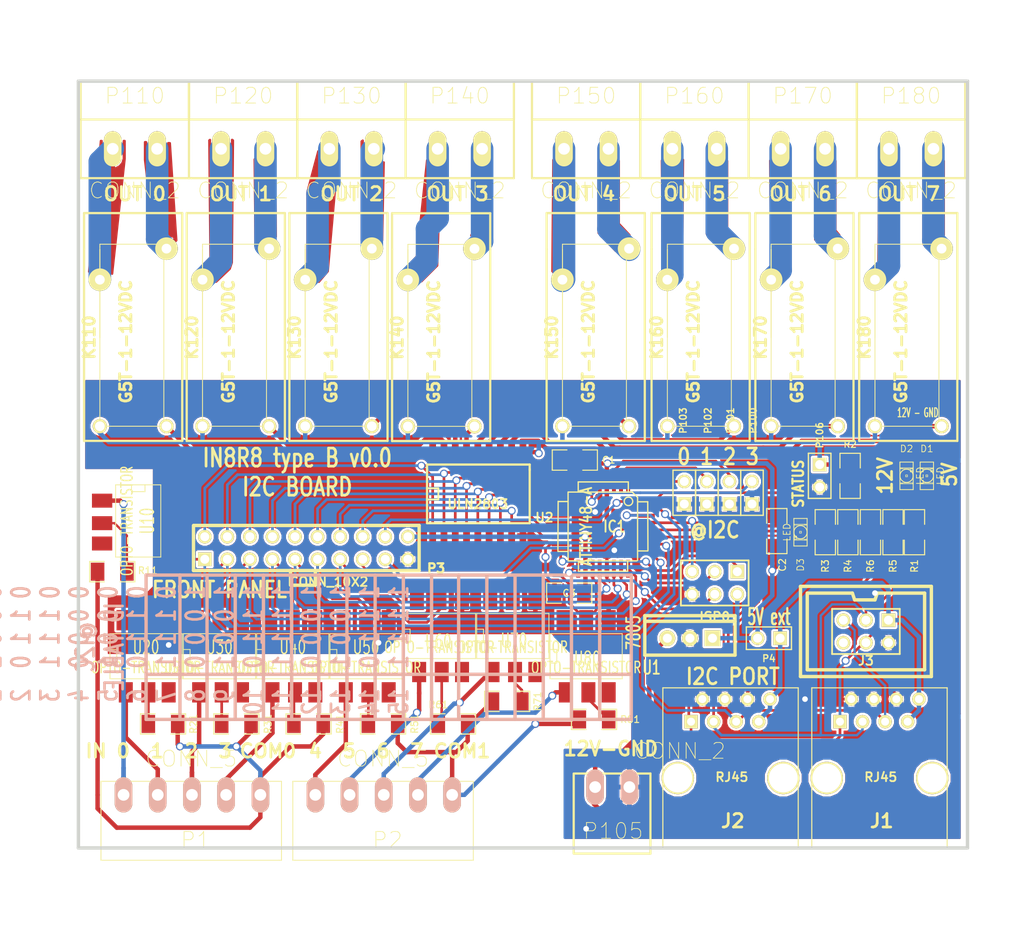
<source format=kicad_pcb>
(kicad_pcb (version 3) (host pcbnew "(2013-mar-13)-testing")
  (title_block (title "4in4out I2C board") (rev 0) (company "XPLDUINO project") (comment 1 "GNU GPL v2") (comment 2 "Domotic Open Source "))
  (layers (15 Dessus signal) (0 Dessous signal) (18 B.Paste user) (19 F.Paste user) (20 B.SilkS user hide) (21 F.SilkS user) (22 B.Mask user) (23 F.Mask user) (28 Edge.Cuts user))
  (net 0 "")
  (net 1 +12V)
  (net 2 +5V)
  (net 3 /230_110_1)
  (net 4 /230_110_2)
  (net 5 /230_120_1)
  (net 6 /230_120_2)
  (net 7 /230_130_1)
  (net 8 /230_130_2)
  (net 9 /230_140_1)
  (net 10 /230_140_2)
  (net 11 /230_150_1)
  (net 12 /230_150_2)
  (net 13 /230_160_1)
  (net 14 /230_160_2)
  (net 15 /230_170_1)
  (net 16 /230_170_2)
  (net 17 /230_180_1)
  (net 18 /230_180_2)
  (net 19 /INT)
  (net 20 5V_EXT)
  (net 21 A0)
  (net 22 A1)
  (net 23 A2)
  (net 24 A3)
  (net 25 CMD0)
  (net 26 CMD1)
  (net 27 CMD2)
  (net 28 CMD3)
  (net 29 CMD4)
  (net 30 CMD5)
  (net 31 CMD6)
  (net 32 CMD7)
  (net 33 COM0)
  (net 34 COM1)
  (net 35 GND)
  (net 36 IN0)
  (net 37 IN1)
  (net 38 IN2)
  (net 39 IN3)
  (net 40 IN4)
  (net 41 IN5)
  (net 42 IN6)
  (net 43 IN7)
  (net 44 LED)
  (net 45 MISO)
  (net 46 MOSI)
  (net 47 N-0000049)
  (net 48 N-0000050)
  (net 49 N-0000051)
  (net 50 N-0000052)
  (net 51 N-0000053)
  (net 52 N-0000054)
  (net 53 N-0000055)
  (net 54 N-0000056)
  (net 55 N-0000057)
  (net 56 N-0000058)
  (net 57 N-0000059)
  (net 58 N-0000060)
  (net 59 N-0000061)
  (net 60 N-0000062)
  (net 61 N-0000063)
  (net 62 N-0000074)
  (net 63 N-0000076)
  (net 64 N-0000077)
  (net 65 N-0000078)
  (net 66 N-0000082)
  (net 67 N-0000083)
  (net 68 N-0000084)
  (net 69 N-0000085)
  (net 70 N-0000086)
  (net 71 N-0000087)
  (net 72 N-0000088)
  (net 73 N-0000089)
  (net 74 N-0000091)
  (net 75 OUT0)
  (net 76 OUT1)
  (net 77 OUT2)
  (net 78 OUT3)
  (net 79 OUT4)
  (net 80 OUT5)
  (net 81 OUT6)
  (net 82 OUT7)
  (net 83 R0)
  (net 84 R1)
  (net 85 R2)
  (net 86 R3)
  (net 87 R4)
  (net 88 R5)
  (net 89 R6)
  (net 90 R7)
  (net 91 RESET)
  (net 92 SCK)
  (net 93 SCL)
  (net 94 SDA)
  (module SOIC18 (layer Dessus) (at 226.568 117.602)
    (fp_text reference U2 (at 7.493 2.667) (layer F.SilkS) (effects (font (size 1.016 1.016) (thickness 0.2032))))
    (fp_text value ULN2803 (at 0 1.143) (layer F.SilkS) (effects (font (size 1.016 1.016) (thickness 0.2032))))
    (pad 1 smd rect (at -5.08 4.7) (size 0.762 2) (layers Dessus F.Paste F.Mask) (net 75 OUT0))
    (pad 2 smd rect (at -3.81 4.699) (size 0.762 2) (layers Dessus F.Paste F.Mask) (net 76 OUT1))
    (pad 3 smd rect (at -2.54 4.699) (size 0.762 2) (layers Dessus F.Paste F.Mask) (net 77 OUT2))
    (pad 4 smd rect (at -1.27 4.699) (size 0.762 2) (layers Dessus F.Paste F.Mask) (net 78 OUT3))
    (pad 5 smd rect (at 0 4.699) (size 0.762 2) (layers Dessus F.Paste F.Mask) (net 79 OUT4))
    (pad 6 smd rect (at 1.27 4.699) (size 0.762 2) (layers Dessus F.Paste F.Mask) (net 80 OUT5))
    (pad 7 smd rect (at 2.54 4.699) (size 0.762 2) (layers Dessus F.Paste F.Mask) (net 81 OUT6))
    (pad 8 smd rect (at 3.81 4.699) (size 0.762 2) (layers Dessus F.Paste F.Mask) (net 82 OUT7))
    (pad 9 smd rect (at 5.08 4.699) (size 0.762 2) (layers Dessus F.Paste F.Mask) (net 35 GND))
    (pad 10 smd rect (at 5.08 -4.699) (size 0.762 2) (layers Dessus F.Paste F.Mask) (net 1 +12V))
    (pad 11 smd rect (at 3.81 -4.699) (size 0.762 2) (layers Dessus F.Paste F.Mask) (net 90 R7))
    (pad 12 smd rect (at 2.54 -4.699) (size 0.762 2) (layers Dessus F.Paste F.Mask) (net 89 R6))
    (pad 18 smd rect (at -5.08 -4.7) (size 0.762 2) (layers Dessus F.Paste F.Mask) (net 83 R0))
    (pad 17 smd rect (at -3.81 -4.699) (size 0.762 2) (layers Dessus F.Paste F.Mask) (net 84 R1))
    (pad 16 smd rect (at -2.54 -4.699) (size 0.762 2) (layers Dessus F.Paste F.Mask) (net 85 R2))
    (pad 15 smd rect (at -1.27 -4.699) (size 0.762 2) (layers Dessus F.Paste F.Mask) (net 86 R3))
    (pad 14 smd rect (at 0 -4.699) (size 0.762 2) (layers Dessus F.Paste F.Mask) (net 87 R4))
    (pad 13 smd rect (at 1.27 -4.699) (size 0.762 2) (layers Dessus F.Paste F.Mask) (net 88 R5))
  )
  (module pin_array_10x2 (layer Dessus) (at 209.804 123.698)
    (fp_text reference P3 (at 12.065 2.286) (layer F.SilkS) (effects (font (size 1.016 1.016) (thickness 0.27432))))
    (fp_text value CONN_10X2 (at 0 3.81) (layer F.SilkS) (effects (font (size 1.016 1.016) (thickness 0.2032))))
    (pad 1 thru_hole rect (at -13.97 1.27) (size 1.524 1.524) (drill 1.016) (layers *.Cu *.Mask F.SilkS) (net 25 CMD0))
    (pad 2 thru_hole circle (at -13.97 -1.27) (size 1.524 1.524) (drill 1.016) (layers *.Cu *.Mask F.SilkS) (net 75 OUT0))
    (pad 3 thru_hole circle (at -11.43 1.27) (size 1.524 1.524) (drill 1.016) (layers *.Cu *.Mask F.SilkS) (net 26 CMD1))
    (pad 4 thru_hole circle (at -11.43 -1.27) (size 1.524 1.524) (drill 1.016) (layers *.Cu *.Mask F.SilkS) (net 76 OUT1))
    (pad 5 thru_hole circle (at -8.89 1.27) (size 1.524 1.524) (drill 1.016) (layers *.Cu *.Mask F.SilkS) (net 27 CMD2))
    (pad 6 thru_hole circle (at -8.89 -1.27) (size 1.524 1.524) (drill 1.016) (layers *.Cu *.Mask F.SilkS) (net 77 OUT2))
    (pad 7 thru_hole circle (at -6.35 1.27) (size 1.524 1.524) (drill 1.016) (layers *.Cu *.Mask F.SilkS) (net 28 CMD3))
    (pad 8 thru_hole circle (at -6.35 -1.27) (size 1.524 1.524) (drill 1.016) (layers *.Cu *.Mask F.SilkS) (net 78 OUT3))
    (pad 9 thru_hole circle (at -3.81 1.27) (size 1.524 1.524) (drill 1.016) (layers *.Cu *.Mask F.SilkS) (net 29 CMD4))
    (pad 10 thru_hole circle (at -3.81 -1.27) (size 1.524 1.524) (drill 1.016) (layers *.Cu *.Mask F.SilkS) (net 79 OUT4))
    (pad 11 thru_hole circle (at -1.27 1.27) (size 1.524 1.524) (drill 1.016) (layers *.Cu *.Mask F.SilkS) (net 30 CMD5))
    (pad 12 thru_hole circle (at -1.27 -1.27) (size 1.524 1.524) (drill 1.016) (layers *.Cu *.Mask F.SilkS) (net 80 OUT5))
    (pad 13 thru_hole circle (at 1.27 1.27) (size 1.524 1.524) (drill 1.016) (layers *.Cu *.Mask F.SilkS) (net 31 CMD6))
    (pad 14 thru_hole circle (at 1.27 -1.27) (size 1.524 1.524) (drill 1.016) (layers *.Cu *.Mask F.SilkS) (net 81 OUT6))
    (pad 15 thru_hole circle (at 3.81 1.27) (size 1.524 1.524) (drill 1.016) (layers *.Cu *.Mask F.SilkS) (net 32 CMD7))
    (pad 16 thru_hole circle (at 3.81 -1.27) (size 1.524 1.524) (drill 1.016) (layers *.Cu *.Mask F.SilkS) (net 82 OUT7))
    (pad 17 thru_hole circle (at 6.35 1.27) (size 1.524 1.524) (drill 1.016) (layers *.Cu *.Mask F.SilkS) (net 91 RESET))
    (pad 18 thru_hole circle (at 6.35 -1.27) (size 1.524 1.524) (drill 1.016) (layers *.Cu *.Mask F.SilkS) (net 44 LED))
    (pad 19 thru_hole circle (at 8.89 1.27) (size 1.524 1.524) (drill 1.016) (layers *.Cu *.Mask F.SilkS) (net 35 GND))
    (pad 20 thru_hole circle (at 8.89 -1.27) (size 1.524 1.524) (drill 1.016) (layers *.Cu *.Mask F.SilkS) (net 2 +5V))
  )
  (module PIN_ARRAY_2X1 (layer Dessus) (at 259.334 133.858 180)
    (fp_text reference P4 (at 0 -2.286 180) (layer F.SilkS) (effects (font (size 0.762 0.762) (thickness 0.1524))))
    (fp_text value CONN_2 hide)
    (pad 1 thru_hole rect (at -1.27 0 180) (size 1.524 1.524) (drill 1.016) (layers *.Cu *.Mask F.SilkS) (net 20 5V_EXT))
    (pad 2 thru_hole circle (at 1.27 0 180) (size 1.524 1.524) (drill 1.016) (layers *.Cu *.Mask F.SilkS) (net 2 +5V))
  )
  (module TQFP32 (layer Dessus) (at 240.665 121.285 270)
    (fp_text reference IC1 (at 0 -1.27 360) (layer F.SilkS) (effects (font (size 1.27 1.016) (thickness 0.2032))))
    (fp_text value ATTINY48-A (at 0 1.905 270) (layer F.SilkS) (effects (font (size 1.27 1.016) (thickness 0.2032))))
    (pad 8 smd rect (at -4.81584 2.77622 270) (size 1.99898 0.44958) (layers Dessus F.Paste F.Mask) (net 75 OUT0))
    (pad 7 smd rect (at -4.81584 1.97612 270) (size 1.99898 0.44958) (layers Dessus F.Paste F.Mask) (net 76 OUT1))
    (pad 6 smd rect (at -4.81584 1.17602 270) (size 1.99898 0.44958) (layers Dessus F.Paste F.Mask) (net 24 A3))
    (pad 5 smd rect (at -4.81584 0.37592 270) (size 1.99898 0.44958) (layers Dessus F.Paste F.Mask) (net 35 GND))
    (pad 4 smd rect (at -4.81584 -0.42418 270) (size 1.99898 0.44958) (layers Dessus F.Paste F.Mask) (net 2 +5V))
    (pad 3 smd rect (at -4.81584 -1.22428 270) (size 1.99898 0.44958) (layers Dessus F.Paste F.Mask) (net 23 A2))
    (pad 2 smd rect (at -4.81584 -2.02438 270) (size 1.99898 0.44958) (layers Dessus F.Paste F.Mask) (net 22 A1))
    (pad 1 smd rect (at -4.81584 -2.82448 270) (size 1.99898 0.44958) (layers Dessus F.Paste F.Mask) (net 21 A0))
    (pad 24 smd rect (at 4.7498 -2.8194 270) (size 1.99898 0.44958) (layers Dessus F.Paste F.Mask) (net 28 CMD3))
    (pad 17 smd rect (at 4.7498 2.794 270) (size 1.99898 0.44958) (layers Dessus F.Paste F.Mask) (net 92 SCK))
    (pad 18 smd rect (at 4.7498 1.9812 270) (size 1.99898 0.44958) (layers Dessus F.Paste F.Mask) (net 2 +5V))
    (pad 19 smd rect (at 4.7498 1.1684 270) (size 1.99898 0.44958) (layers Dessus F.Paste F.Mask) (net 32 CMD7))
    (pad 20 smd rect (at 4.7498 0.381 270) (size 1.99898 0.44958) (layers Dessus F.Paste F.Mask) (net 31 CMD6))
    (pad 21 smd rect (at 4.7498 -0.4318 270) (size 1.99898 0.44958) (layers Dessus F.Paste F.Mask) (net 35 GND))
    (pad 22 smd rect (at 4.7498 -1.2192 270) (size 1.99898 0.44958) (layers Dessus F.Paste F.Mask) (net 30 CMD5))
    (pad 23 smd rect (at 4.7498 -2.032 270) (size 1.99898 0.44958) (layers Dessus F.Paste F.Mask) (net 29 CMD4))
    (pad 32 smd rect (at -2.82448 -4.826 270) (size 0.44958 1.99898) (layers Dessus F.Paste F.Mask) (net 44 LED))
    (pad 31 smd rect (at -2.02692 -4.826 270) (size 0.44958 1.99898) (layers Dessus F.Paste F.Mask) (net 19 /INT))
    (pad 30 smd rect (at -1.22428 -4.826 270) (size 0.44958 1.99898) (layers Dessus F.Paste F.Mask) (net 25 CMD0))
    (pad 29 smd rect (at -0.42672 -4.826 270) (size 0.44958 1.99898) (layers Dessus F.Paste F.Mask) (net 91 RESET))
    (pad 28 smd rect (at 0.37592 -4.826 270) (size 0.44958 1.99898) (layers Dessus F.Paste F.Mask) (net 93 SCL))
    (pad 27 smd rect (at 1.17348 -4.826 270) (size 0.44958 1.99898) (layers Dessus F.Paste F.Mask) (net 94 SDA))
    (pad 26 smd rect (at 1.97612 -4.826 270) (size 0.44958 1.99898) (layers Dessus F.Paste F.Mask) (net 26 CMD1))
    (pad 25 smd rect (at 2.77368 -4.826 270) (size 0.44958 1.99898) (layers Dessus F.Paste F.Mask) (net 27 CMD2))
    (pad 9 smd rect (at -2.8194 4.7752 270) (size 0.44958 1.99898) (layers Dessus F.Paste F.Mask) (net 77 OUT2))
    (pad 10 smd rect (at -2.032 4.7752 270) (size 0.44958 1.99898) (layers Dessus F.Paste F.Mask) (net 78 OUT3))
    (pad 11 smd rect (at -1.2192 4.7752 270) (size 0.44958 1.99898) (layers Dessus F.Paste F.Mask) (net 79 OUT4))
    (pad 12 smd rect (at -0.4318 4.7752 270) (size 0.44958 1.99898) (layers Dessus F.Paste F.Mask) (net 80 OUT5))
    (pad 13 smd rect (at 0.3556 4.7752 270) (size 0.44958 1.99898) (layers Dessus F.Paste F.Mask) (net 81 OUT6))
    (pad 14 smd rect (at 1.1684 4.7752 270) (size 0.44958 1.99898) (layers Dessus F.Paste F.Mask) (net 82 OUT7))
    (pad 15 smd rect (at 1.9812 4.7752 270) (size 0.44958 1.99898) (layers Dessus F.Paste F.Mask) (net 46 MOSI))
    (pad 16 smd rect (at 2.794 4.7752 270) (size 0.44958 1.99898) (layers Dessus F.Paste F.Mask) (net 45 MISO))
  )
  (module CMS-6 (layer Dessus) (at 230.505 133.604)
    (fp_text reference U70 (at 0.127 0.508) (layer F.SilkS) (effects (font (size 1.524 1.016) (thickness 0.1524))))
    (fp_text value OPTO-TRANSISTOR (at 0 1.27) (layer F.SilkS) (effects (font (size 1.27 0.889) (thickness 0.1524))))
    (pad 1 smd rect (at -2.286 4.064) (size 1.5748 2.286) (layers Dessus F.Paste F.Mask) (net 42 IN6))
    (pad 2 smd rect (at 0.254 4.064) (size 1.5748 2.286) (layers Dessus F.Paste F.Mask) (net 49 N-0000051))
    (pad 3 smd rect (at 2.54 4.064) (size 1.5748 2.286) (layers Dessus F.Paste F.Mask) (net 50 N-0000052))
    (pad 4 smd rect (at 2.54 -4.064) (size 1.5748 2.286) (layers Dessus F.Paste F.Mask) (net 35 GND))
    (pad 5 smd rect (at 0 -4.064) (size 1.5748 2.286) (layers Dessus F.Paste F.Mask) (net 31 CMD6))
    (pad 6 smd rect (at -2.54 -4.064) (size 1.5748 2.286) (layers Dessus F.Paste F.Mask) (net 51 N-0000053))
  )
  (module CMS-6 (layer Dessus) (at 238.76 135.89)
    (fp_text reference U80 (at 0.127 0.254) (layer F.SilkS) (effects (font (size 1.524 1.016) (thickness 0.1524))))
    (fp_text value OPTO-TRANSISTOR (at 0 1.27) (layer F.SilkS) (effects (font (size 1.27 0.889) (thickness 0.1524))))
    (pad 1 smd rect (at -2.286 4.064) (size 1.5748 2.286) (layers Dessus F.Paste F.Mask) (net 43 IN7))
    (pad 2 smd rect (at 0.254 4.064) (size 1.5748 2.286) (layers Dessus F.Paste F.Mask) (net 52 N-0000054))
    (pad 3 smd rect (at 2.54 4.064) (size 1.5748 2.286) (layers Dessus F.Paste F.Mask) (net 53 N-0000055))
    (pad 4 smd rect (at 2.54 -4.064) (size 1.5748 2.286) (layers Dessus F.Paste F.Mask) (net 35 GND))
    (pad 5 smd rect (at 0 -4.064) (size 1.5748 2.286) (layers Dessus F.Paste F.Mask) (net 32 CMD7))
    (pad 6 smd rect (at -2.54 -4.064) (size 1.5748 2.286) (layers Dessus F.Paste F.Mask) (net 54 N-0000056))
  )
  (module CMS-6 (layer Dessus) (at 222.25 133.604)
    (fp_text reference U60 (at -0.127 0.635) (layer F.SilkS) (effects (font (size 1.524 1.016) (thickness 0.1524))))
    (fp_text value OPTO-TRANSISTOR (at 0 1.27) (layer F.SilkS) (effects (font (size 1.27 0.889) (thickness 0.1524))))
    (pad 1 smd rect (at -2.286 4.064) (size 1.5748 2.286) (layers Dessus F.Paste F.Mask) (net 41 IN5))
    (pad 2 smd rect (at 0.254 4.064) (size 1.5748 2.286) (layers Dessus F.Paste F.Mask) (net 48 N-0000050))
    (pad 3 smd rect (at 2.54 4.064) (size 1.5748 2.286) (layers Dessus F.Paste F.Mask) (net 61 N-0000063))
    (pad 4 smd rect (at 2.54 -4.064) (size 1.5748 2.286) (layers Dessus F.Paste F.Mask) (net 35 GND))
    (pad 5 smd rect (at 0 -4.064) (size 1.5748 2.286) (layers Dessus F.Paste F.Mask) (net 30 CMD5))
    (pad 6 smd rect (at -2.54 -4.064) (size 1.5748 2.286) (layers Dessus F.Paste F.Mask) (net 47 N-0000049))
  )
  (module CMS-6 (layer Dessus) (at 213.995 135.89)
    (fp_text reference U50 (at 0 -1.016) (layer F.SilkS) (effects (font (size 1.524 1.016) (thickness 0.1524))))
    (fp_text value OPTO-TRANSISTOR (at 0 1.27) (layer F.SilkS) (effects (font (size 1.27 0.889) (thickness 0.1524))))
    (pad 1 smd rect (at -2.286 4.064) (size 1.5748 2.286) (layers Dessus F.Paste F.Mask) (net 40 IN4))
    (pad 2 smd rect (at 0.254 4.064) (size 1.5748 2.286) (layers Dessus F.Paste F.Mask) (net 55 N-0000057))
    (pad 3 smd rect (at 2.54 4.064) (size 1.5748 2.286) (layers Dessus F.Paste F.Mask) (net 59 N-0000061))
    (pad 4 smd rect (at 2.54 -4.064) (size 1.5748 2.286) (layers Dessus F.Paste F.Mask) (net 35 GND))
    (pad 5 smd rect (at 0 -4.064) (size 1.5748 2.286) (layers Dessus F.Paste F.Mask) (net 29 CMD4))
    (pad 6 smd rect (at -2.54 -4.064) (size 1.5748 2.286) (layers Dessus F.Paste F.Mask) (net 60 N-0000062))
  )
  (module CMS-6 (layer Dessus) (at 205.74 135.89)
    (fp_text reference U40 (at 0 -1.016) (layer F.SilkS) (effects (font (size 1.524 1.016) (thickness 0.1524))))
    (fp_text value OPTO-TRANSISTOR (at 0 1.27) (layer F.SilkS) (effects (font (size 1.27 0.889) (thickness 0.1524))))
    (pad 1 smd rect (at -2.286 4.064) (size 1.5748 2.286) (layers Dessus F.Paste F.Mask) (net 39 IN3))
    (pad 2 smd rect (at 0.254 4.064) (size 1.5748 2.286) (layers Dessus F.Paste F.Mask) (net 56 N-0000058))
    (pad 3 smd rect (at 2.54 4.064) (size 1.5748 2.286) (layers Dessus F.Paste F.Mask) (net 57 N-0000059))
    (pad 4 smd rect (at 2.54 -4.064) (size 1.5748 2.286) (layers Dessus F.Paste F.Mask) (net 35 GND))
    (pad 5 smd rect (at 0 -4.064) (size 1.5748 2.286) (layers Dessus F.Paste F.Mask) (net 28 CMD3))
    (pad 6 smd rect (at -2.54 -4.064) (size 1.5748 2.286) (layers Dessus F.Paste F.Mask) (net 58 N-0000060))
  )
  (module CMS-6 (layer Dessus) (at 197.485 135.89)
    (fp_text reference U30 (at 0 -1.016) (layer F.SilkS) (effects (font (size 1.524 1.016) (thickness 0.1524))))
    (fp_text value OPTO-TRANSISTOR (at 0 1.27) (layer F.SilkS) (effects (font (size 1.27 0.889) (thickness 0.1524))))
    (pad 1 smd rect (at -2.286 4.064) (size 1.5748 2.286) (layers Dessus F.Paste F.Mask) (net 38 IN2))
    (pad 2 smd rect (at 0.254 4.064) (size 1.5748 2.286) (layers Dessus F.Paste F.Mask) (net 69 N-0000085))
    (pad 3 smd rect (at 2.54 4.064) (size 1.5748 2.286) (layers Dessus F.Paste F.Mask) (net 70 N-0000086))
    (pad 4 smd rect (at 2.54 -4.064) (size 1.5748 2.286) (layers Dessus F.Paste F.Mask) (net 35 GND))
    (pad 5 smd rect (at 0 -4.064) (size 1.5748 2.286) (layers Dessus F.Paste F.Mask) (net 27 CMD2))
    (pad 6 smd rect (at -2.54 -4.064) (size 1.5748 2.286) (layers Dessus F.Paste F.Mask) (net 71 N-0000087))
  )
  (module CMS-6 (layer Dessus) (at 189.23 135.89)
    (fp_text reference U20 (at 0 -1.016) (layer F.SilkS) (effects (font (size 1.524 1.016) (thickness 0.1524))))
    (fp_text value OPTO-TRANSISTOR (at 0 1.27) (layer F.SilkS) (effects (font (size 1.27 0.889) (thickness 0.1524))))
    (pad 1 smd rect (at -2.286 4.064) (size 1.5748 2.286) (layers Dessus F.Paste F.Mask) (net 37 IN1))
    (pad 2 smd rect (at 0.254 4.064) (size 1.5748 2.286) (layers Dessus F.Paste F.Mask) (net 66 N-0000082))
    (pad 3 smd rect (at 2.54 4.064) (size 1.5748 2.286) (layers Dessus F.Paste F.Mask) (net 67 N-0000083))
    (pad 4 smd rect (at 2.54 -4.064) (size 1.5748 2.286) (layers Dessus F.Paste F.Mask) (net 35 GND))
    (pad 5 smd rect (at 0 -4.064) (size 1.5748 2.286) (layers Dessus F.Paste F.Mask) (net 26 CMD1))
    (pad 6 smd rect (at -2.54 -4.064) (size 1.5748 2.286) (layers Dessus F.Paste F.Mask) (net 68 N-0000084))
  )
  (module MOL_CONN_5_MINI (layer Dessus) (at 208.28 151.5)
    (fp_text reference P2 (at 8.128 5.08) (layer F.SilkS) (effects (font (size 1.778 1.778) (thickness 0.0889))))
    (fp_text value CONN_5 (at 7.62 -4.064) (layer F.SilkS) (effects (font (size 1.778 1.778) (thickness 0.0889))))
    (pad 1 thru_hole oval (at 0 0) (size 1.9812 3.9624) (drill 1.320799) (layers *.Cu *.SilkS *.Mask F.Paste) (net 40 IN4))
    (pad 2 thru_hole oval (at 3.85 0) (size 1.9812 3.9624) (drill 1.320799) (layers *.Cu *.SilkS *.Mask F.Paste) (net 41 IN5))
    (pad 3 thru_hole oval (at 7.7 0) (size 1.9812 3.9624) (drill 1.320799) (layers *.Cu *.SilkS *.Mask F.Paste) (net 42 IN6))
    (pad 4 thru_hole oval (at 11.55 0) (size 1.9812 3.9624) (drill 1.320799) (layers *.Cu *.SilkS *.Mask F.Paste) (net 43 IN7))
    (pad 5 thru_hole oval (at 15.4 0) (size 1.9812 3.9624) (drill 1.320799) (layers *.Cu *.SilkS *.Mask F.Paste) (net 34 COM1))
  )
  (module MOL_CONN_5_MINI (layer Dessus) (at 186.69 151.5)
    (fp_text reference P1 (at 8.128 5.08) (layer F.SilkS) (effects (font (size 1.778 1.778) (thickness 0.0889))))
    (fp_text value CONN_5 (at 7.62 -4.064) (layer F.SilkS) (effects (font (size 1.778 1.778) (thickness 0.0889))))
    (pad 1 thru_hole oval (at 0 0) (size 1.9812 3.9624) (drill 1.320799) (layers *.Cu *.SilkS *.Mask F.Paste) (net 36 IN0))
    (pad 2 thru_hole oval (at 3.85 0) (size 1.9812 3.9624) (drill 1.320799) (layers *.Cu *.SilkS *.Mask F.Paste) (net 37 IN1))
    (pad 3 thru_hole oval (at 7.7 0) (size 1.9812 3.9624) (drill 1.320799) (layers *.Cu *.SilkS *.Mask F.Paste) (net 38 IN2))
    (pad 4 thru_hole oval (at 11.55 0) (size 1.9812 3.9624) (drill 1.320799) (layers *.Cu *.SilkS *.Mask F.Paste) (net 39 IN3))
    (pad 5 thru_hole oval (at 15.4 0) (size 1.9812 3.9624) (drill 1.320799) (layers *.Cu *.SilkS *.Mask F.Paste) (net 33 COM0))
  )
  (module HE10-6 (layer Dessus) (at 270.256 133.096 180)
    (fp_text reference J3 (at 0 -3.302 180) (layer F.SilkS) (effects (font (size 1.016 1.016) (thickness 0.2032))))
    (fp_text value CONN_6 hide)
    (pad 1 thru_hole rect (at -2.54 1.27 180) (size 1.524 1.524) (drill 1.016) (layers *.Cu *.Mask F.SilkS) (net 20 5V_EXT))
    (pad 2 thru_hole circle (at -2.54 -1.27 180) (size 1.524 1.524) (drill 1.016) (layers *.Cu *.Mask F.SilkS) (net 35 GND))
    (pad 3 thru_hole circle (at 0 1.27 180) (size 1.524 1.524) (drill 1.016) (layers *.Cu *.Mask F.SilkS) (net 93 SCL))
    (pad 4 thru_hole circle (at 0 -1.27 180) (size 1.524 1.524) (drill 1.016) (layers *.Cu *.Mask F.SilkS) (net 94 SDA))
    (pad 5 thru_hole circle (at 2.54 1.27 180) (size 1.524 1.524) (drill 1.016) (layers *.Cu *.Mask F.SilkS) (net 19 /INT))
    (pad 6 thru_hole circle (at 2.54 -1.27 180) (size 1.524 1.524) (drill 1.016) (layers *.Cu *.Mask F.SilkS) (net 74 N-0000091))
  )
  (module LED-1206 (layer Dessus) (at 277.114 115.57 90)
    (fp_text reference D1 (at 3.048 0 180) (layer F.SilkS) (effects (font (size 0.762 0.762) (thickness 0.0889))))
    (fp_text value LED (at 0 1.524 90) (layer F.SilkS) (effects (font (size 0.762 0.762) (thickness 0.0889))))
    (pad 1 smd rect (at -1.41986 0 90) (size 1.59766 1.80086) (layers Dessus F.Paste F.Mask) (net 73 N-0000089))
    (pad 2 smd rect (at 1.41986 0 90) (size 1.59766 1.80086) (layers Dessus F.Paste F.Mask) (net 35 GND))
  )
  (module LED-1206 (layer Dessus) (at 274.828 115.57 90)
    (fp_text reference D2 (at 3.048 0 180) (layer F.SilkS) (effects (font (size 0.762 0.762) (thickness 0.0889))))
    (fp_text value LED (at 0 1.524 90) (layer F.SilkS) (effects (font (size 0.762 0.762) (thickness 0.0889))))
    (pad 1 smd rect (at -1.41986 0 90) (size 1.59766 1.80086) (layers Dessus F.Paste F.Mask) (net 72 N-0000088))
    (pad 2 smd rect (at 1.41986 0 90) (size 1.59766 1.80086) (layers Dessus F.Paste F.Mask) (net 35 GND))
  )
  (module LED-1206 (layer Dessus) (at 262.89 121.92 270)
    (fp_text reference D3 (at 3.683 0 270) (layer F.SilkS) (effects (font (size 0.762 0.762) (thickness 0.0889))))
    (fp_text value LED (at 0 1.524 270) (layer F.SilkS) (effects (font (size 0.762 0.762) (thickness 0.0889))))
    (pad 1 smd rect (at -1.41986 0 270) (size 1.59766 1.80086) (layers Dessus F.Paste F.Mask) (net 44 LED))
    (pad 2 smd rect (at 1.41986 0 270) (size 1.59766 1.80086) (layers Dessus F.Paste F.Mask) (net 62 N-0000074))
  )
  (module MOL_CONN_2_VH (layer Dessus) (at 224.536 78.74 180)
    (fp_text reference P140 (at 0 5.969 180) (layer F.SilkS) (effects (font (size 1.778 1.778) (thickness 0.0889))))
    (fp_text value CONN_2 (at 0 -4.699 180) (layer F.SilkS) (effects (font (size 1.778 1.778) (thickness 0.0889))))
    (pad 1 thru_hole oval (at -2.5146 0 180) (size 1.9812 3.9624) (drill 1.320799) (layers *.Cu *.Mask F.Paste F.SilkS) (net 9 /230_140_1))
    (pad 2 thru_hole oval (at 2.4892 0 180) (size 1.9812 3.9624) (drill 1.320799) (layers *.Cu *.Mask F.Paste F.SilkS) (net 10 /230_140_2))
  )
  (module MOL_CONN_2_VH (layer Dessus) (at 212.344 78.74 180)
    (fp_text reference P130 (at 0 5.969 180) (layer F.SilkS) (effects (font (size 1.778 1.778) (thickness 0.0889))))
    (fp_text value CONN_2 (at 0 -4.699 180) (layer F.SilkS) (effects (font (size 1.778 1.778) (thickness 0.0889))))
    (pad 1 thru_hole oval (at -2.5146 0 180) (size 1.9812 3.9624) (drill 1.320799) (layers *.Cu *.Mask F.Paste F.SilkS) (net 7 /230_130_1))
    (pad 2 thru_hole oval (at 2.4892 0 180) (size 1.9812 3.9624) (drill 1.320799) (layers *.Cu *.Mask F.Paste F.SilkS) (net 8 /230_130_2))
  )
  (module MOL_CONN_2_VH (layer Dessus) (at 200.152 78.74 180)
    (fp_text reference P120 (at 0 5.969 180) (layer F.SilkS) (effects (font (size 1.778 1.778) (thickness 0.0889))))
    (fp_text value CONN_2 (at 0 -4.699 180) (layer F.SilkS) (effects (font (size 1.778 1.778) (thickness 0.0889))))
    (pad 1 thru_hole oval (at -2.5146 0 180) (size 1.9812 3.9624) (drill 1.320799) (layers *.Cu *.Mask F.Paste F.SilkS) (net 5 /230_120_1))
    (pad 2 thru_hole oval (at 2.4892 0 180) (size 1.9812 3.9624) (drill 1.320799) (layers *.Cu *.Mask F.Paste F.SilkS) (net 6 /230_120_2))
  )
  (module MOL_CONN_2_VH (layer Dessus) (at 238.76 78.74 180)
    (fp_text reference P150 (at 0 5.969 180) (layer F.SilkS) (effects (font (size 1.778 1.778) (thickness 0.0889))))
    (fp_text value CONN_2 (at 0 -4.699 180) (layer F.SilkS) (effects (font (size 1.778 1.778) (thickness 0.0889))))
    (pad 1 thru_hole oval (at -2.5146 0 180) (size 1.9812 3.9624) (drill 1.320799) (layers *.Cu *.Mask F.Paste F.SilkS) (net 11 /230_150_1))
    (pad 2 thru_hole oval (at 2.4892 0 180) (size 1.9812 3.9624) (drill 1.320799) (layers *.Cu *.Mask F.Paste F.SilkS) (net 12 /230_150_2))
  )
  (module MOL_CONN_2_VH (layer Dessus) (at 187.96 78.74 180)
    (fp_text reference P110 (at 0 5.969 180) (layer F.SilkS) (effects (font (size 1.778 1.778) (thickness 0.0889))))
    (fp_text value CONN_2 (at 0 -4.699 180) (layer F.SilkS) (effects (font (size 1.778 1.778) (thickness 0.0889))))
    (pad 1 thru_hole oval (at -2.5146 0 180) (size 1.9812 3.9624) (drill 1.320799) (layers *.Cu *.Mask F.Paste F.SilkS) (net 3 /230_110_1))
    (pad 2 thru_hole oval (at 2.4892 0 180) (size 1.9812 3.9624) (drill 1.320799) (layers *.Cu *.Mask F.Paste F.SilkS) (net 4 /230_110_2))
  )
  (module MOL_CONN_2_VH (layer Dessus) (at 250.952 78.74 180)
    (fp_text reference P160 (at 0 5.969 180) (layer F.SilkS) (effects (font (size 1.778 1.778) (thickness 0.0889))))
    (fp_text value CONN_2 (at 0 -4.699 180) (layer F.SilkS) (effects (font (size 1.778 1.778) (thickness 0.0889))))
    (pad 1 thru_hole oval (at -2.5146 0 180) (size 1.9812 3.9624) (drill 1.320799) (layers *.Cu *.Mask F.Paste F.SilkS) (net 13 /230_160_1))
    (pad 2 thru_hole oval (at 2.4892 0 180) (size 1.9812 3.9624) (drill 1.320799) (layers *.Cu *.Mask F.Paste F.SilkS) (net 14 /230_160_2))
  )
  (module MOL_CONN_2_VH (layer Dessus) (at 275.336 78.74 180)
    (fp_text reference P180 (at 0 5.969 180) (layer F.SilkS) (effects (font (size 1.778 1.778) (thickness 0.0889))))
    (fp_text value CONN_2 (at 0 -4.699 180) (layer F.SilkS) (effects (font (size 1.778 1.778) (thickness 0.0889))))
    (pad 1 thru_hole oval (at -2.5146 0 180) (size 1.9812 3.9624) (drill 1.320799) (layers *.Cu *.Mask F.Paste F.SilkS) (net 17 /230_180_1))
    (pad 2 thru_hole oval (at 2.4892 0 180) (size 1.9812 3.9624) (drill 1.320799) (layers *.Cu *.Mask F.Paste F.SilkS) (net 18 /230_180_2))
  )
  (module MOL_CONN_2_VH (layer Dessus) (at 263.144 78.74 180)
    (fp_text reference P170 (at 0 5.969 180) (layer F.SilkS) (effects (font (size 1.778 1.778) (thickness 0.0889))))
    (fp_text value CONN_2 (at 0 -4.699 180) (layer F.SilkS) (effects (font (size 1.778 1.778) (thickness 0.0889))))
    (pad 1 thru_hole oval (at -2.5146 0 180) (size 1.9812 3.9624) (drill 1.320799) (layers *.Cu *.Mask F.Paste F.SilkS) (net 15 /230_170_1))
    (pad 2 thru_hole oval (at 2.4892 0 180) (size 1.9812 3.9624) (drill 1.320799) (layers *.Cu *.Mask F.Paste F.SilkS) (net 16 /230_170_2))
  )
  (module PIN_ARRAY_2X1 (layer Dessus) (at 257.429 117.475 90)
    (fp_text reference P100 (at 8.128 0.127 90) (layer F.SilkS) (effects (font (size 0.762 0.762) (thickness 0.1524))))
    (fp_text value CONN_2 hide)
    (pad 1 thru_hole rect (at -1.27 0 90) (size 1.524 1.524) (drill 1.016) (layers *.Cu *.Mask F.SilkS) (net 35 GND))
    (pad 2 thru_hole circle (at 1.27 0 90) (size 1.524 1.524) (drill 1.016) (layers *.Cu *.Mask F.SilkS) (net 24 A3))
  )
  (module PIN_ARRAY_2X1 (layer Dessus) (at 254.889 117.475 90)
    (fp_text reference P101 (at 8.128 0.127 90) (layer F.SilkS) (effects (font (size 0.762 0.762) (thickness 0.1524))))
    (fp_text value CONN_2 hide)
    (pad 1 thru_hole rect (at -1.27 0 90) (size 1.524 1.524) (drill 1.016) (layers *.Cu *.Mask F.SilkS) (net 35 GND))
    (pad 2 thru_hole circle (at 1.27 0 90) (size 1.524 1.524) (drill 1.016) (layers *.Cu *.Mask F.SilkS) (net 23 A2))
  )
  (module PIN_ARRAY_2X1 (layer Dessus) (at 249.809 117.475 90)
    (fp_text reference P103 (at 8.128 -0.127 90) (layer F.SilkS) (effects (font (size 0.762 0.762) (thickness 0.1524))))
    (fp_text value CONN_2 hide)
    (pad 1 thru_hole rect (at -1.27 0 90) (size 1.524 1.524) (drill 1.016) (layers *.Cu *.Mask F.SilkS) (net 35 GND))
    (pad 2 thru_hole circle (at 1.27 0 90) (size 1.524 1.524) (drill 1.016) (layers *.Cu *.Mask F.SilkS) (net 21 A0))
  )
  (module PIN_ARRAY_2X1 (layer Dessus) (at 265.049 115.57 270)
    (fp_text reference P106 (at -4.572 0 270) (layer F.SilkS) (effects (font (size 0.762 0.762) (thickness 0.1524))))
    (fp_text value CONN_2 hide)
    (pad 1 thru_hole rect (at -1.27 0 270) (size 1.524 1.524) (drill 1.016) (layers *.Cu *.Mask F.SilkS) (net 1 +12V))
    (pad 2 thru_hole circle (at 1.27 0 270) (size 1.524 1.524) (drill 1.016) (layers *.Cu *.Mask F.SilkS) (net 35 GND))
  )
  (module PIN_ARRAY_2X1 (layer Dessus) (at 252.349 117.475 90)
    (fp_text reference P102 (at 8.128 0.127 90) (layer F.SilkS) (effects (font (size 0.762 0.762) (thickness 0.1524))))
    (fp_text value CONN_2 hide)
    (pad 1 thru_hole rect (at -1.27 0 90) (size 1.524 1.524) (drill 1.016) (layers *.Cu *.Mask F.SilkS) (net 35 GND))
    (pad 2 thru_hole circle (at 1.27 0 90) (size 1.524 1.524) (drill 1.016) (layers *.Cu *.Mask F.SilkS) (net 22 A1))
  )
  (module SM1206 (layer Dessus) (at 215.9 143.51)
    (fp_text reference R51 (at 3.556 0 90) (layer F.SilkS) (effects (font (size 0.762 0.762) (thickness 0.127))))
    (fp_text value 2KR hide)
    (pad 1 smd rect (at -1.651 0) (size 1.524 2.032) (layers Dessus F.Paste F.Mask) (net 55 N-0000057))
    (pad 2 smd rect (at 1.651 0) (size 1.524 2.032) (layers Dessus F.Paste F.Mask) (net 34 COM1))
  )
  (module SM1206 (layer Dessus) (at 268.224 121.92 90)
    (fp_text reference R4 (at -3.81 0 90) (layer F.SilkS) (effects (font (size 0.762 0.762) (thickness 0.127))))
    (fp_text value 10KR hide)
    (pad 1 smd rect (at -1.651 0 90) (size 1.524 2.032) (layers Dessus F.Paste F.Mask) (net 2 +5V))
    (pad 2 smd rect (at 1.651 0 90) (size 1.524 2.032) (layers Dessus F.Paste F.Mask) (net 91 RESET))
  )
  (module SM1206 (layer Dessus) (at 265.684 121.92 90)
    (fp_text reference R3 (at -3.81 0 90) (layer F.SilkS) (effects (font (size 0.762 0.762) (thickness 0.127))))
    (fp_text value 2KR hide)
    (pad 1 smd rect (at -1.651 0 90) (size 1.524 2.032) (layers Dessus F.Paste F.Mask) (net 62 N-0000074))
    (pad 2 smd rect (at 1.651 0 90) (size 1.524 2.032) (layers Dessus F.Paste F.Mask) (net 35 GND))
  )
  (module SM1206 (layer Dessus) (at 260.223 121.793 90)
    (fp_text reference C2 (at -3.81 0.635 90) (layer F.SilkS) (effects (font (size 0.762 0.762) (thickness 0.127))))
    (fp_text value C hide)
    (pad 1 smd rect (at -1.651 0 90) (size 1.524 2.032) (layers Dessus F.Paste F.Mask) (net 2 +5V))
    (pad 2 smd rect (at 1.651 0 90) (size 1.524 2.032) (layers Dessus F.Paste F.Mask) (net 35 GND))
  )
  (module SM1206 (layer Dessus) (at 237.49 113.792 180)
    (fp_text reference C1 (at -3.81 0 180) (layer F.SilkS) (effects (font (size 0.762 0.762) (thickness 0.127))))
    (fp_text value C hide)
    (pad 1 smd rect (at -1.651 0 180) (size 1.524 2.032) (layers Dessus F.Paste F.Mask) (net 2 +5V))
    (pad 2 smd rect (at 1.651 0 180) (size 1.524 2.032) (layers Dessus F.Paste F.Mask) (net 35 GND))
  )
  (module SM1206 (layer Dessus) (at 268.478 115.57 270)
    (fp_text reference R2 (at -3.556 0 360) (layer F.SilkS) (effects (font (size 0.762 0.762) (thickness 0.127))))
    (fp_text value 4.7KR hide)
    (pad 1 smd rect (at -1.651 0 270) (size 1.524 2.032) (layers Dessus F.Paste F.Mask) (net 1 +12V))
    (pad 2 smd rect (at 1.651 0 270) (size 1.524 2.032) (layers Dessus F.Paste F.Mask) (net 72 N-0000088))
  )
  (module SM1206 (layer Dessus) (at 199.39 143.51)
    (fp_text reference R31 (at 3.556 0 90) (layer F.SilkS) (effects (font (size 0.762 0.762) (thickness 0.127))))
    (fp_text value 2KR hide)
    (pad 1 smd rect (at -1.651 0) (size 1.524 2.032) (layers Dessus F.Paste F.Mask) (net 69 N-0000085))
    (pad 2 smd rect (at 1.651 0) (size 1.524 2.032) (layers Dessus F.Paste F.Mask) (net 33 COM0))
  )
  (module SM1206 (layer Dessus) (at 275.717 121.92 90)
    (fp_text reference R1 (at -3.81 0 90) (layer F.SilkS) (effects (font (size 0.762 0.762) (thickness 0.127))))
    (fp_text value 2KR hide)
    (pad 1 smd rect (at -1.651 0 90) (size 1.524 2.032) (layers Dessus F.Paste F.Mask) (net 2 +5V))
    (pad 2 smd rect (at 1.651 0 90) (size 1.524 2.032) (layers Dessus F.Paste F.Mask) (net 73 N-0000089))
  )
  (module SM1206 (layer Dessus) (at 191.135 143.51)
    (fp_text reference R21 (at 3.429 0 90) (layer F.SilkS) (effects (font (size 0.762 0.762) (thickness 0.127))))
    (fp_text value 2KR hide)
    (pad 1 smd rect (at -1.651 0) (size 1.524 2.032) (layers Dessus F.Paste F.Mask) (net 66 N-0000082))
    (pad 2 smd rect (at 1.651 0) (size 1.524 2.032) (layers Dessus F.Paste F.Mask) (net 33 COM0))
  )
  (module SM1206 (layer Dessus) (at 207.518 143.51)
    (fp_text reference R41 (at 3.556 0 90) (layer F.SilkS) (effects (font (size 0.762 0.762) (thickness 0.127))))
    (fp_text value 2KR hide)
    (pad 1 smd rect (at -1.651 0) (size 1.524 2.032) (layers Dessus F.Paste F.Mask) (net 56 N-0000058))
    (pad 2 smd rect (at 1.651 0) (size 1.524 2.032) (layers Dessus F.Paste F.Mask) (net 33 COM0))
  )
  (module SM1206 (layer Dessus) (at 239.649 143.002 180)
    (fp_text reference R81 (at -4.064 0 180) (layer F.SilkS) (effects (font (size 0.762 0.762) (thickness 0.127))))
    (fp_text value 2KR hide)
    (pad 1 smd rect (at -1.651 0 180) (size 1.524 2.032) (layers Dessus F.Paste F.Mask) (net 52 N-0000054))
    (pad 2 smd rect (at 1.651 0 180) (size 1.524 2.032) (layers Dessus F.Paste F.Mask) (net 34 COM1))
  )
  (module SM1206 (layer Dessus) (at 223.774 143.51)
    (fp_text reference R61 (at -1.651 -2.159 180) (layer F.SilkS) (effects (font (size 0.762 0.762) (thickness 0.127))))
    (fp_text value 2KR hide)
    (pad 1 smd rect (at -1.651 0) (size 1.524 2.032) (layers Dessus F.Paste F.Mask) (net 48 N-0000050))
    (pad 2 smd rect (at 1.651 0) (size 1.524 2.032) (layers Dessus F.Paste F.Mask) (net 34 COM1))
  )
  (module SM1206 (layer Dessus) (at 229.87 140.97 180)
    (fp_text reference R71 (at -3.429 0 270) (layer F.SilkS) (effects (font (size 0.762 0.762) (thickness 0.127))))
    (fp_text value 2KR hide)
    (pad 1 smd rect (at -1.651 0 180) (size 1.524 2.032) (layers Dessus F.Paste F.Mask) (net 49 N-0000051))
    (pad 2 smd rect (at 1.651 0 180) (size 1.524 2.032) (layers Dessus F.Paste F.Mask) (net 34 COM1))
  )
  (module pin_array_3x2 (layer Dessus) (at 253.238 127.635 180)
    (fp_text reference ISP0 (at 0 -3.81 180) (layer F.SilkS) (effects (font (size 1.016 1.016) (thickness 0.2032))))
    (fp_text value CONN_3X2 hide)
    (pad 1 thru_hole rect (at -2.54 1.27 180) (size 1.524 1.524) (drill 1.016) (layers *.Cu *.Mask F.SilkS) (net 45 MISO))
    (pad 2 thru_hole circle (at -2.54 -1.27 180) (size 1.524 1.524) (drill 1.016) (layers *.Cu *.Mask F.SilkS) (net 2 +5V))
    (pad 3 thru_hole circle (at 0 1.27 180) (size 1.524 1.524) (drill 1.016) (layers *.Cu *.Mask F.SilkS) (net 92 SCK))
    (pad 4 thru_hole circle (at 0 -1.27 180) (size 1.524 1.524) (drill 1.016) (layers *.Cu *.Mask F.SilkS) (net 46 MOSI))
    (pad 5 thru_hole circle (at 2.54 1.27 180) (size 1.524 1.524) (drill 1.016) (layers *.Cu *.Mask F.SilkS) (net 91 RESET))
    (pad 6 thru_hole circle (at 2.54 -1.27 180) (size 1.524 1.524) (drill 1.016) (layers *.Cu *.Mask F.SilkS) (net 35 GND))
  )
  (module CMS-6 (layer Dessus) (at 188.341 120.65 270)
    (fp_text reference U10 (at 0 -1.016 270) (layer F.SilkS) (effects (font (size 1.524 1.016) (thickness 0.1524))))
    (fp_text value OPTO-TRANSISTOR (at 0 1.27 270) (layer F.SilkS) (effects (font (size 1.27 0.889) (thickness 0.1524))))
    (pad 1 smd rect (at -2.286 4.064 270) (size 1.5748 2.286) (layers Dessus F.Paste F.Mask) (net 36 IN0))
    (pad 2 smd rect (at 0.254 4.064 270) (size 1.5748 2.286) (layers Dessus F.Paste F.Mask) (net 63 N-0000076))
    (pad 3 smd rect (at 2.54 4.064 270) (size 1.5748 2.286) (layers Dessus F.Paste F.Mask) (net 64 N-0000077))
    (pad 4 smd rect (at 2.54 -4.064 270) (size 1.5748 2.286) (layers Dessus F.Paste F.Mask) (net 35 GND))
    (pad 5 smd rect (at 0 -4.064 270) (size 1.5748 2.286) (layers Dessus F.Paste F.Mask) (net 25 CMD0))
    (pad 6 smd rect (at -2.54 -4.064 270) (size 1.5748 2.286) (layers Dessus F.Paste F.Mask) (net 65 N-0000078))
  )
  (module SM1206 (layer Dessus) (at 185.42 126.365 180)
    (fp_text reference R11 (at -4.0005 0.127 180) (layer F.SilkS) (effects (font (size 0.762 0.762) (thickness 0.127))))
    (fp_text value 2KR hide)
    (pad 1 smd rect (at -1.651 0 180) (size 1.524 2.032) (layers Dessus F.Paste F.Mask) (net 63 N-0000076))
    (pad 2 smd rect (at 1.651 0 180) (size 1.524 2.032) (layers Dessus F.Paste F.Mask) (net 33 COM0))
  )
  (module TO220_7805_VERT (layer Dessus) (at 250.444 133.858 90)
    (fp_text reference U1 (at -3.302 -4.318 180) (layer F.SilkS) (effects (font (size 1.524 1.016) (thickness 0.2032))))
    (fp_text value 7805 (at 0.635 -6.35 90) (layer F.SilkS) (effects (font (size 1.524 1.016) (thickness 0.2032))))
    (pad VI thru_hole circle (at 0 -2.54 90) (size 1.778 1.778) (drill 1.016) (layers *.Cu *.Mask F.SilkS) (net 1 +12V))
    (pad GND thru_hole circle (at 0 0 90) (size 1.778 1.778) (drill 1.016) (layers *.Cu *.Mask F.SilkS) (net 35 GND))
    (pad VO thru_hole rect (at 0 2.54 90) (size 1.778 1.778) (drill 1.016) (layers *.Cu *.Mask F.SilkS) (net 2 +5V))
  )
  (module SM1206 (layer Dessus) (at 273.304 121.92 270)
    (fp_text reference R5 (at 3.81 0 270) (layer F.SilkS) (effects (font (size 0.762 0.762) (thickness 0.127))))
    (fp_text value 10KR hide)
    (pad 1 smd rect (at -1.651 0 270) (size 1.524 2.032) (layers Dessus F.Paste F.Mask) (net 2 +5V))
    (pad 2 smd rect (at 1.651 0 270) (size 1.524 2.032) (layers Dessus F.Paste F.Mask) (net 94 SDA))
  )
  (module SM1206 (layer Dessus) (at 270.764 121.92 270)
    (fp_text reference R6 (at 3.81 0 270) (layer F.SilkS) (effects (font (size 0.762 0.762) (thickness 0.127))))
    (fp_text value 10KR hide)
    (pad 1 smd rect (at -1.651 0 270) (size 1.524 2.032) (layers Dessus F.Paste F.Mask) (net 2 +5V))
    (pad 2 smd rect (at 1.651 0 270) (size 1.524 2.032) (layers Dessus F.Paste F.Mask) (net 93 SCL))
  )
  (module MOL_CONN_2_MINI (layer Dessus) (at 241.681 150.622)
    (fp_text reference P105 (at 0.127 4.953) (layer F.SilkS) (effects (font (size 1.778 1.778) (thickness 0.0889))))
    (fp_text value CONN_2 (at 7.62 -4.064) (layer F.SilkS) (effects (font (size 1.778 1.778) (thickness 0.0889))))
    (pad 1 thru_hole oval (at -1.905 0) (size 1.9812 3.9624) (drill 1.320799) (layers *.Cu *.SilkS *.Mask F.Paste) (net 1 +12V))
    (pad 2 thru_hole oval (at 1.945 0) (size 1.9812 3.9624) (drill 1.320799) (layers *.Cu *.SilkS *.Mask F.Paste) (net 35 GND))
  )
  (module LK-T (layer Dessus) (at 184.023 109.982 90)
    (fp_text reference K110 (at 9.99998 -1.19888 90) (layer F.SilkS) (effects (font (size 1.27 1.27) (thickness 0.3175))))
    (fp_text value G5T-1-12VDC (at 9.525 2.921 90) (layer F.SilkS) (effects (font (size 1.27 1.27) (thickness 0.3175))))
    (pad 1 thru_hole circle (at 0 0 90) (size 1.6002 1.6002) (drill 1.09982) (layers *.Cu *.Mask F.SilkS) (net 1 +12V))
    (pad 2 thru_hole circle (at 0 7.5 90) (size 1.6002 1.6002) (drill 1.09982) (layers *.Cu *.Mask F.SilkS) (net 83 R0))
    (pad 3 thru_hole circle (at 20 7.5 90) (size 2.54 2.54) (drill 1.09982) (layers *.Cu *.Mask F.SilkS) (net 3 /230_110_1))
    (pad 4 thru_hole circle (at 16.5 0 90) (size 2.54 2.54) (drill 1.09982) (layers *.Cu *.Mask F.SilkS) (net 4 /230_110_2))
  )
  (module LK-T (layer Dessus) (at 195.58 109.982 90)
    (fp_text reference K120 (at 9.99998 -1.19888 90) (layer F.SilkS) (effects (font (size 1.27 1.27) (thickness 0.3175))))
    (fp_text value G5T-1-12VDC (at 9.525 2.921 90) (layer F.SilkS) (effects (font (size 1.27 1.27) (thickness 0.3175))))
    (pad 1 thru_hole circle (at 0 0 90) (size 1.6002 1.6002) (drill 1.09982) (layers *.Cu *.Mask F.SilkS) (net 1 +12V))
    (pad 2 thru_hole circle (at 0 7.5 90) (size 1.6002 1.6002) (drill 1.09982) (layers *.Cu *.Mask F.SilkS) (net 84 R1))
    (pad 3 thru_hole circle (at 20 7.5 90) (size 2.54 2.54) (drill 1.09982) (layers *.Cu *.Mask F.SilkS) (net 5 /230_120_1))
    (pad 4 thru_hole circle (at 16.5 0 90) (size 2.54 2.54) (drill 1.09982) (layers *.Cu *.Mask F.SilkS) (net 6 /230_120_2))
  )
  (module LK-T (layer Dessus) (at 207.137 109.982 90)
    (fp_text reference K130 (at 9.99998 -1.19888 90) (layer F.SilkS) (effects (font (size 1.27 1.27) (thickness 0.3175))))
    (fp_text value G5T-1-12VDC (at 9.525 2.921 90) (layer F.SilkS) (effects (font (size 1.27 1.27) (thickness 0.3175))))
    (pad 1 thru_hole circle (at 0 0 90) (size 1.6002 1.6002) (drill 1.09982) (layers *.Cu *.Mask F.SilkS) (net 1 +12V))
    (pad 2 thru_hole circle (at 0 7.5 90) (size 1.6002 1.6002) (drill 1.09982) (layers *.Cu *.Mask F.SilkS) (net 85 R2))
    (pad 3 thru_hole circle (at 20 7.5 90) (size 2.54 2.54) (drill 1.09982) (layers *.Cu *.Mask F.SilkS) (net 7 /230_130_1))
    (pad 4 thru_hole circle (at 16.5 0 90) (size 2.54 2.54) (drill 1.09982) (layers *.Cu *.Mask F.SilkS) (net 8 /230_130_2))
  )
  (module LK-T (layer Dessus) (at 218.694 110 90)
    (fp_text reference K140 (at 9.99998 -1.19888 90) (layer F.SilkS) (effects (font (size 1.27 1.27) (thickness 0.3175))))
    (fp_text value G5T-1-12VDC (at 9.525 2.921 90) (layer F.SilkS) (effects (font (size 1.27 1.27) (thickness 0.3175))))
    (pad 1 thru_hole circle (at 0 0 90) (size 1.6002 1.6002) (drill 1.09982) (layers *.Cu *.Mask F.SilkS) (net 1 +12V))
    (pad 2 thru_hole circle (at 0 7.5 90) (size 1.6002 1.6002) (drill 1.09982) (layers *.Cu *.Mask F.SilkS) (net 86 R3))
    (pad 3 thru_hole circle (at 20 7.5 90) (size 2.54 2.54) (drill 1.09982) (layers *.Cu *.Mask F.SilkS) (net 9 /230_140_1))
    (pad 4 thru_hole circle (at 16.5 0 90) (size 2.54 2.54) (drill 1.09982) (layers *.Cu *.Mask F.SilkS) (net 10 /230_140_2))
  )
  (module LK-T (layer Dessus) (at 236.093 109.982 90)
    (fp_text reference K150 (at 9.99998 -1.19888 90) (layer F.SilkS) (effects (font (size 1.27 1.27) (thickness 0.3175))))
    (fp_text value G5T-1-12VDC (at 9.525 2.921 90) (layer F.SilkS) (effects (font (size 1.27 1.27) (thickness 0.3175))))
    (pad 1 thru_hole circle (at 0 0 90) (size 1.6002 1.6002) (drill 1.09982) (layers *.Cu *.Mask F.SilkS) (net 1 +12V))
    (pad 2 thru_hole circle (at 0 7.5 90) (size 1.6002 1.6002) (drill 1.09982) (layers *.Cu *.Mask F.SilkS) (net 87 R4))
    (pad 3 thru_hole circle (at 20 7.5 90) (size 2.54 2.54) (drill 1.09982) (layers *.Cu *.Mask F.SilkS) (net 11 /230_150_1))
    (pad 4 thru_hole circle (at 16.5 0 90) (size 2.54 2.54) (drill 1.09982) (layers *.Cu *.Mask F.SilkS) (net 12 /230_150_2))
  )
  (module LK-T (layer Dessus) (at 247.904 109.982 90)
    (fp_text reference K160 (at 9.99998 -1.19888 90) (layer F.SilkS) (effects (font (size 1.27 1.27) (thickness 0.3175))))
    (fp_text value G5T-1-12VDC (at 9.525 2.921 90) (layer F.SilkS) (effects (font (size 1.27 1.27) (thickness 0.3175))))
    (pad 1 thru_hole circle (at 0 0 90) (size 1.6002 1.6002) (drill 1.09982) (layers *.Cu *.Mask F.SilkS) (net 1 +12V))
    (pad 2 thru_hole circle (at 0 7.5 90) (size 1.6002 1.6002) (drill 1.09982) (layers *.Cu *.Mask F.SilkS) (net 88 R5))
    (pad 3 thru_hole circle (at 20 7.5 90) (size 2.54 2.54) (drill 1.09982) (layers *.Cu *.Mask F.SilkS) (net 13 /230_160_1))
    (pad 4 thru_hole circle (at 16.5 0 90) (size 2.54 2.54) (drill 1.09982) (layers *.Cu *.Mask F.SilkS) (net 14 /230_160_2))
  )
  (module LK-T (layer Dessus) (at 259.588 109.982 90)
    (fp_text reference K170 (at 9.99998 -1.19888 90) (layer F.SilkS) (effects (font (size 1.27 1.27) (thickness 0.3175))))
    (fp_text value G5T-1-12VDC (at 9.525 2.921 90) (layer F.SilkS) (effects (font (size 1.27 1.27) (thickness 0.3175))))
    (pad 1 thru_hole circle (at 0 0 90) (size 1.6002 1.6002) (drill 1.09982) (layers *.Cu *.Mask F.SilkS) (net 1 +12V))
    (pad 2 thru_hole circle (at 0 7.5 90) (size 1.6002 1.6002) (drill 1.09982) (layers *.Cu *.Mask F.SilkS) (net 89 R6))
    (pad 3 thru_hole circle (at 20 7.5 90) (size 2.54 2.54) (drill 1.09982) (layers *.Cu *.Mask F.SilkS) (net 15 /230_170_1))
    (pad 4 thru_hole circle (at 16.5 0 90) (size 2.54 2.54) (drill 1.09982) (layers *.Cu *.Mask F.SilkS) (net 16 /230_170_2))
  )
  (module LK-T (layer Dessus) (at 271.272 109.982 90)
    (fp_text reference K180 (at 9.99998 -1.19888 90) (layer F.SilkS) (effects (font (size 1.27 1.27) (thickness 0.3175))))
    (fp_text value G5T-1-12VDC (at 9.525 2.921 90) (layer F.SilkS) (effects (font (size 1.27 1.27) (thickness 0.3175))))
    (pad 1 thru_hole circle (at 0 0 90) (size 1.6002 1.6002) (drill 1.09982) (layers *.Cu *.Mask F.SilkS) (net 1 +12V))
    (pad 2 thru_hole circle (at 0 7.5 90) (size 1.6002 1.6002) (drill 1.09982) (layers *.Cu *.Mask F.SilkS) (net 90 R7))
    (pad 3 thru_hole circle (at 20 7.5 90) (size 2.54 2.54) (drill 1.09982) (layers *.Cu *.Mask F.SilkS) (net 17 /230_180_1))
    (pad 4 thru_hole circle (at 16.5 0 90) (size 2.54 2.54) (drill 1.09982) (layers *.Cu *.Mask F.SilkS) (net 18 /230_180_2))
  )
  (module SM1206 (layer Dessus) (at 236.855 128.778 180)
    (fp_text reference C3 (at 0 0 180) (layer F.SilkS) (effects (font (size 0.762 0.762) (thickness 0.127))))
    (fp_text value C hide)
    (pad 1 smd rect (at -1.651 0 180) (size 1.524 2.032) (layers Dessus F.Paste F.Mask) (net 2 +5V))
    (pad 2 smd rect (at 1.651 0 180) (size 1.524 2.032) (layers Dessus F.Paste F.Mask) (net 35 GND))
  )
  (module RJ45_BASIC (layer Dessus) (at 271.78 149.606)
    (fp_text reference J1 (at 0.254 4.826) (layer F.SilkS) (effects (font (thickness 0.3048))))
    (fp_text value RJ45 (at 0.14224 -0.1016) (layer F.SilkS) (effects (font (size 1.00076 1.00076) (thickness 0.2032))))
    (pad Hole thru_hole circle (at 5.93852 0) (size 3.64998 3.64998) (drill 3.2512) (layers *.Cu *.Mask F.SilkS))
    (pad Hole thru_hole circle (at -5.9309 0) (size 3.64998 3.64998) (drill 3.2512) (layers *.Cu *.Mask F.SilkS))
    (pad 1 thru_hole rect (at -4.445 -6.35) (size 1.50114 1.50114) (drill 0.89916) (layers *.Cu *.Mask F.SilkS) (net 94 SDA))
    (pad 2 thru_hole circle (at -3.175 -8.89) (size 1.50114 1.50114) (drill 0.89916) (layers *.Cu *.Mask F.SilkS) (net 35 GND))
    (pad 3 thru_hole circle (at -1.905 -6.35) (size 1.50114 1.50114) (drill 0.89916) (layers *.Cu *.Mask F.SilkS) (net 93 SCL))
    (pad 4 thru_hole circle (at -0.635 -8.89) (size 1.50114 1.50114) (drill 0.89916) (layers *.Cu *.Mask F.SilkS) (net 35 GND))
    (pad 5 thru_hole circle (at 0.635 -6.35) (size 1.50114 1.50114) (drill 0.89916) (layers *.Cu *.Mask F.SilkS) (net 19 /INT))
    (pad 6 thru_hole circle (at 1.905 -8.89) (size 1.50114 1.50114) (drill 0.89916) (layers *.Cu *.Mask F.SilkS) (net 35 GND))
    (pad 7 thru_hole circle (at 3.175 -6.35) (size 1.50114 1.50114) (drill 0.89916) (layers *.Cu *.Mask F.SilkS) (net 20 5V_EXT))
    (pad 8 thru_hole circle (at 4.445 -8.89) (size 1.50114 1.50114) (drill 0.89916) (layers *.Cu *.Mask F.SilkS) (net 20 5V_EXT))
  )
  (module RJ45_BASIC (layer Dessus) (at 255.016 149.606)
    (fp_text reference J2 (at 0.254 4.826) (layer F.SilkS) (effects (font (thickness 0.3048))))
    (fp_text value RJ45 (at 0.14224 -0.1016) (layer F.SilkS) (effects (font (size 1.00076 1.00076) (thickness 0.2032))))
    (pad Hole thru_hole circle (at 5.93852 0) (size 3.64998 3.64998) (drill 3.2512) (layers *.Cu *.Mask F.SilkS))
    (pad Hole thru_hole circle (at -5.9309 0) (size 3.64998 3.64998) (drill 3.2512) (layers *.Cu *.Mask F.SilkS))
    (pad 1 thru_hole rect (at -4.445 -6.35) (size 1.50114 1.50114) (drill 0.89916) (layers *.Cu *.Mask F.SilkS) (net 94 SDA))
    (pad 2 thru_hole circle (at -3.175 -8.89) (size 1.50114 1.50114) (drill 0.89916) (layers *.Cu *.Mask F.SilkS) (net 35 GND))
    (pad 3 thru_hole circle (at -1.905 -6.35) (size 1.50114 1.50114) (drill 0.89916) (layers *.Cu *.Mask F.SilkS) (net 93 SCL))
    (pad 4 thru_hole circle (at -0.635 -8.89) (size 1.50114 1.50114) (drill 0.89916) (layers *.Cu *.Mask F.SilkS) (net 35 GND))
    (pad 5 thru_hole circle (at 0.635 -6.35) (size 1.50114 1.50114) (drill 0.89916) (layers *.Cu *.Mask F.SilkS) (net 19 /INT))
    (pad 6 thru_hole circle (at 1.905 -8.89) (size 1.50114 1.50114) (drill 0.89916) (layers *.Cu *.Mask F.SilkS) (net 35 GND))
    (pad 7 thru_hole circle (at 3.175 -6.35) (size 1.50114 1.50114) (drill 0.89916) (layers *.Cu *.Mask F.SilkS) (net 20 5V_EXT))
    (pad 8 thru_hole circle (at 4.445 -8.89) (size 1.50114 1.50114) (drill 0.89916) (layers *.Cu *.Mask F.SilkS) (net 20 5V_EXT))
  )
  (gr_text "0 1 2 3" (at 253.619 113.411) (layer F.SilkS) (effects (font (size 1.8 1.5) (thickness 0.3))))
  (gr_line (start 189.23 137.922) (end 243.84 137.922) (angle 90) (layer B.SilkS) (width 0.381))
  (gr_line (start 227.584 143.002) (end 227.584 126.873) (angle 90) (layer B.SilkS) (width 0.381))
  (gr_line (start 193.04 126.746) (end 193.04 143.002) (angle 90) (layer B.SilkS) (width 0.381))
  (gr_line (start 196.088 143.002) (end 196.088 126.746) (angle 90) (layer B.SilkS) (width 0.381))
  (gr_line (start 199.263 126.746) (end 199.263 143.002) (angle 90) (layer B.SilkS) (width 0.381))
  (gr_line (start 202.438 143.002) (end 202.438 126.746) (angle 90) (layer B.SilkS) (width 0.381))
  (gr_line (start 205.613 126.746) (end 205.613 143.002) (angle 90) (layer B.SilkS) (width 0.381))
  (gr_line (start 208.661 126.746) (end 208.788 126.746) (angle 90) (layer B.SilkS) (width 0.381))
  (gr_line (start 208.661 143.002) (end 208.661 126.746) (angle 90) (layer B.SilkS) (width 0.381))
  (gr_line (start 211.836 126.746) (end 211.836 143.002) (angle 90) (layer B.SilkS) (width 0.381))
  (gr_line (start 215.011 126.873) (end 215.011 126.746) (angle 90) (layer B.SilkS) (width 0.381))
  (gr_line (start 215.011 143.002) (end 215.011 126.873) (angle 90) (layer B.SilkS) (width 0.381))
  (gr_line (start 218.186 143.002) (end 218.186 126.746) (angle 90) (layer B.SilkS) (width 0.381))
  (gr_line (start 221.361 126.746) (end 221.488 126.746) (angle 90) (layer B.SilkS) (width 0.381))
  (gr_line (start 221.361 143.002) (end 221.361 126.746) (angle 90) (layer B.SilkS) (width 0.381))
  (gr_line (start 224.409 143.002) (end 224.536 143.002) (angle 90) (layer B.SilkS) (width 0.381))
  (gr_line (start 224.409 126.746) (end 224.409 143.002) (angle 90) (layer B.SilkS) (width 0.381))
  (gr_line (start 230.759 126.873) (end 230.759 143.002) (angle 90) (layer B.SilkS) (width 0.381))
  (gr_line (start 233.934 126.746) (end 234.061 126.746) (angle 90) (layer B.SilkS) (width 0.381))
  (gr_line (start 233.934 143.002) (end 233.934 126.746) (angle 90) (layer B.SilkS) (width 0.381))
  (gr_line (start 237.109 143.002) (end 237.236 143.002) (angle 90) (layer B.SilkS) (width 0.381))
  (gr_line (start 237.109 126.746) (end 237.109 143.002) (angle 90) (layer B.SilkS) (width 0.381))
  (gr_line (start 236.982 126.746) (end 237.236 126.746) (angle 90) (layer B.SilkS) (width 0.381))
  (gr_line (start 240.284 143.002) (end 240.284 126.746) (angle 90) (layer B.SilkS) (width 0.381))
  (gr_line (start 243.84 143.002) (end 243.586 143.002) (angle 90) (layer B.SilkS) (width 0.381))
  (gr_line (start 243.84 126.746) (end 243.84 143.002) (angle 90) (layer B.SilkS) (width 0.381))
  (gr_line (start 189.23 126.746) (end 243.84 126.746) (angle 90) (layer B.SilkS) (width 0.381))
  (gr_line (start 189.23 143.002) (end 189.23 126.746) (angle 90) (layer B.SilkS) (width 0.381))
  (gr_line (start 243.586 143.002) (end 189.23 143.002) (angle 90) (layer B.SilkS) (width 0.381))
  (gr_text "@I2C\nID TABLE" (at 184.023 134.874 90) (layer B.SilkS) (effects (font (size 2.032 1.524) (thickness 0.3048)) (justify mirror)))
  (gr_text "3 2 1 0  ID\n0 0 0 0  0\n0 0 0 1  1\n0 1 1 0  2\n0 1 1 1  3\n0 0 0 0  4\n0 0 0 1  5\n0 1 1 0  6\n0 1 1 1  7\n1 0 0 0  8\n1 0 0 1  9\n1 1 1 0  10\n1 1 1 1  11\n1 0 0 0  12\n1 0 0 1  13\n1 1 1 0  14\n1 1 1 1  15" (at 191.516 127.762 90) (layer B.SilkS) (effects (font (size 2.032 1.524) (thickness 0.3048)) (justify left mirror)))
  (gr_text "IN8R8 type B v0.0\nI2C BOARD" (at 206.248 115.189) (layer F.SilkS) (effects (font (size 2.032 1.524) (thickness 0.3048))))
  (gr_text "5V ext" (at 259.334 131.445) (layer F.SilkS) (effects (font (size 1.8 1) (thickness 0.25))))
  (gr_text "12V - GND" (at 276.098 108.458) (layer F.SilkS) (effects (font (size 1 0.54) (thickness 0.135))))
  (gr_text 12V-GND (at 241.554 146.304) (layer F.SilkS) (effects (font (size 1.6 1.5) (thickness 0.3))))
  (gr_text "I2C PORT" (at 255.27 138.176) (layer F.SilkS) (effects (font (size 1.8 1.5) (thickness 0.3))))
  (gr_text "FRONT PANEL" (at 197.485 128.397) (layer F.SilkS) (effects (font (size 1.8 1.5) (thickness 0.3))))
  (gr_text 12V (at 272.415 115.57 90) (layer F.SilkS) (effects (font (size 1.6 1.5) (thickness 0.3))))
  (gr_text 5V (at 279.654 115.443 90) (layer F.SilkS) (effects (font (size 1.6 1.5) (thickness 0.3))))
  (gr_text STATUS (at 262.636 116.459 90) (layer F.SilkS) (effects (font (size 1.2 1) (thickness 0.25))))
  (gr_text @I2C (at 253.238 121.666) (layer F.SilkS) (effects (font (size 1.8 1.5) (thickness 0.3))))
  (gr_text "OUT 7" (at 275.082 83.82) (layer F.SilkS) (effects (font (thickness 0.3048))))
  (gr_text "OUT 6" (at 262.89 83.82) (layer F.SilkS) (effects (font (thickness 0.3048))))
  (gr_text "OUT 5" (at 250.952 83.82) (layer F.SilkS) (effects (font (thickness 0.3048))))
  (gr_text "OUT 4" (at 238.506 83.82) (layer F.SilkS) (effects (font (thickness 0.3048))))
  (gr_text "OUT 3" (at 224.282 83.82) (layer F.SilkS) (effects (font (thickness 0.3048))))
  (gr_text "OUT 2" (at 212.344 83.82) (layer F.SilkS) (effects (font (thickness 0.3048))))
  (gr_text "OUT 1" (at 199.898 83.82) (layer F.SilkS) (effects (font (thickness 0.3048))))
  (gr_text "OUT 0" (at 187.96 83.82) (layer F.SilkS) (effects (font (thickness 0.3048))))
  (gr_text COM1 (at 224.79 146.558) (layer F.SilkS) (effects (font (thickness 0.3048))))
  (gr_text 7 (at 219.71 146.558) (layer F.SilkS) (effects (font (thickness 0.3048))))
  (gr_text 6 (at 215.9 146.558) (layer F.SilkS) (effects (font (thickness 0.3048))))
  (gr_text 5 (at 212.09 146.558) (layer F.SilkS) (effects (font (thickness 0.3048))))
  (gr_text 4 (at 208.28 146.558) (layer F.SilkS) (effects (font (thickness 0.3048))))
  (gr_text COM0 (at 202.946 146.558) (layer F.SilkS) (effects (font (thickness 0.3048))))
  (gr_text 3 (at 198.12 146.558) (layer F.SilkS) (effects (font (thickness 0.3048))))
  (gr_text 2 (at 194.31 146.558) (layer F.SilkS) (effects (font (thickness 0.3048))))
  (gr_text 1 (at 190.5 146.558) (layer F.SilkS) (effects (font (thickness 0.3048))))
  (gr_text "IN 0" (at 184.912 146.558) (layer F.SilkS) (effects (font (thickness 0.3048))))
  (gr_line (start 208.661 122.936) (end 208.788 122.936) (angle 90) (layer F.SilkS) (width 0.381))
  (gr_line (start 208.28 127.889) (end 208.28 126.238) (angle 90) (layer F.SilkS) (width 0.381))
  (gr_line (start 208.534 124.587) (end 208.661 124.587) (angle 90) (layer F.SilkS) (width 0.381))
  (gr_line (start 205.613 127.889) (end 208.153 127.889) (angle 90) (layer F.SilkS) (width 0.381))
  (gr_line (start 205.486 126.238) (end 205.486 127.889) (angle 90) (layer F.SilkS) (width 0.381))
  (gr_line (start 181.61 157.48) (end 281.686 157.48) (angle 90) (layer Edge.Cuts) (width 0.381))
  (gr_line (start 181.61 71.12) (end 281.686 71.12) (angle 90) (layer Edge.Cuts) (width 0.381))
  (gr_line (start 281.686 71.12) (end 281.432 71.12) (angle 90) (layer Edge.Cuts) (width 0.381))
  (gr_line (start 281.686 157.48) (end 281.686 71.12) (angle 90) (layer Edge.Cuts) (width 0.381))
  (gr_line (start 181.61 157.48) (end 181.61 71.12) (angle 90) (layer Edge.Cuts) (width 0.381))
  (segment (start 245.872 142.748) (end 245.872 145.161) (width 0.50038) (layer Dessus) (net 1))
  (segment (start 245.872 142.748) (end 245.872 141.478) (width 0.50038) (layer Dessus) (net 1))
  (segment (start 245.872 141.478) (end 245.872 135.89) (width 0.50038) (layer Dessus) (net 1))
  (segment (start 247.904 133.858) (end 245.872 135.89) (width 0.50038) (layer Dessus) (net 1))
  (segment (start 239.776 148.336) (end 239.776 150.622) (width 0.50038) (layer Dessus) (net 1))
  (segment (start 240.665 147.447) (end 239.776 148.336) (width 0.50038) (layer Dessus) (net 1))
  (segment (start 243.586 147.447) (end 240.665 147.447) (width 0.50038) (layer Dessus) (net 1))
  (segment (start 245.872 145.161) (end 243.586 147.447) (width 0.50038) (layer Dessus) (net 1))
  (segment (start 268.478 113.919) (end 271.78 113.919) (width 0.50038) (layer Dessus) (net 1))
  (segment (start 271.78 113.919) (end 273.431 112.268) (width 0.50038) (layer Dessus) (net 1))
  (segment (start 265.049 114.3) (end 265.049 111.76) (width 0.50038) (layer Dessous) (net 1))
  (segment (start 278.765 112.268) (end 273.431 112.268) (width 0.50038) (layer Dessus) (net 1))
  (segment (start 239.649 149.733) (end 239.649 152.527) (width 0.50038) (layer Dessus) (net 1))
  (segment (start 239.649 152.527) (end 241.554 154.432) (width 0.50038) (layer Dessus) (net 1))
  (segment (start 241.554 154.432) (end 266.573 154.432) (width 0.50038) (layer Dessus) (net 1))
  (segment (start 266.573 154.432) (end 275.336 145.669) (width 0.50038) (layer Dessus) (net 1))
  (segment (start 275.336 145.669) (end 277.368 145.669) (width 0.50038) (layer Dessus) (net 1))
  (segment (start 277.368 145.669) (end 280.67 142.367) (width 0.50038) (layer Dessus) (net 1))
  (segment (start 280.67 142.367) (end 280.67 114.173) (width 0.50038) (layer Dessus) (net 1))
  (segment (start 280.67 114.173) (end 278.765 112.268) (width 0.50038) (layer Dessus) (net 1))
  (segment (start 231.648 112.903) (end 233.299 112.903) (width 0.50038) (layer Dessus) (net 1))
  (segment (start 233.426 113.03) (end 233.426 111.76) (width 0.50038) (layer Dessous) (net 1))
  (via (at 233.426 113.03) (size 0.889) (layers Dessus Dessous) (net 1))
  (segment (start 233.299 112.903) (end 233.426 113.03) (width 0.50038) (layer Dessus) (net 1))
  (segment (start 195.58 109.982) (end 195.58 111.76) (width 0.50038) (layer Dessous) (net 1))
  (segment (start 195.58 111.76) (end 195.58 111.633) (width 0.50038) (layer Dessous) (net 1))
  (segment (start 195.58 111.633) (end 195.58 111.76) (width 0.50038) (layer Dessous) (net 1))
  (segment (start 207.137 109.982) (end 207.137 111.76) (width 0.50038) (layer Dessous) (net 1))
  (segment (start 207.137 111.76) (end 207.137 111.633) (width 0.50038) (layer Dessous) (net 1))
  (segment (start 207.137 111.633) (end 207.137 111.76) (width 0.50038) (layer Dessous) (net 1))
  (segment (start 218.694 110) (end 218.694 111.76) (width 0.50038) (layer Dessous) (net 1))
  (segment (start 236.093 110.109) (end 236.093 111.76) (width 0.50038) (layer Dessous) (net 1))
  (segment (start 236.093 111.76) (end 236.093 111.633) (width 0.50038) (layer Dessous) (net 1))
  (segment (start 236.093 111.633) (end 236.093 111.76) (width 0.50038) (layer Dessous) (net 1))
  (segment (start 247.904 109.982) (end 247.904 111.76) (width 0.50038) (layer Dessous) (net 1))
  (segment (start 247.904 111.76) (end 248.031 111.76) (width 0.50038) (layer Dessous) (net 1))
  (segment (start 259.588 109.982) (end 259.588 111.76) (width 0.50038) (layer Dessous) (net 1))
  (segment (start 184.023 109.982) (end 184.023 110.744) (width 0.50038) (layer Dessous) (net 1))
  (segment (start 271.272 111.506) (end 271.272 109.982) (width 0.50038) (layer Dessous) (net 1))
  (segment (start 265.049 111.76) (end 271.018 111.76) (width 0.50038) (layer Dessous) (net 1))
  (segment (start 271.018 111.76) (end 271.272 111.506) (width 0.50038) (layer Dessous) (net 1))
  (segment (start 185.039 111.76) (end 195.58 111.76) (width 0.50038) (layer Dessous) (net 1))
  (segment (start 195.58 111.76) (end 207.137 111.76) (width 0.50038) (layer Dessous) (net 1))
  (segment (start 207.137 111.76) (end 218.694 111.76) (width 0.50038) (layer Dessous) (net 1))
  (segment (start 218.694 111.76) (end 233.426 111.76) (width 0.50038) (layer Dessous) (net 1))
  (segment (start 233.426 111.76) (end 236.093 111.76) (width 0.50038) (layer Dessous) (net 1))
  (segment (start 236.093 111.76) (end 248.031 111.76) (width 0.50038) (layer Dessous) (net 1))
  (segment (start 248.031 111.76) (end 259.588 111.76) (width 0.50038) (layer Dessous) (net 1))
  (segment (start 259.588 111.76) (end 265.049 111.76) (width 0.50038) (layer Dessous) (net 1))
  (segment (start 184.023 110.744) (end 185.039 111.76) (width 0.50038) (layer Dessous) (net 1))
  (segment (start 265.049 114.3) (end 268.097 114.3) (width 0.50038) (layer Dessus) (net 1))
  (segment (start 268.097 114.3) (end 268.478 113.919) (width 0.50038) (layer Dessus) (net 1))
  (segment (start 239.649 149.733) (end 239.649 148.971) (width 0.50038) (layer Dessus) (net 1))
  (segment (start 255.778 128.905) (end 255.778 133.858) (width 0.50038) (layer Dessous) (net 2))
  (segment (start 255.778 133.858) (end 255.778 133.7945) (width 0.50038) (layer Dessous) (net 2))
  (segment (start 255.778 133.7945) (end 255.778 133.858) (width 0.50038) (layer Dessous) (net 2))
  (segment (start 238.6838 126.0348) (end 238.6838 128.6002) (width 0.50038) (layer Dessus) (net 2))
  (segment (start 238.6838 128.6002) (end 238.506 128.778) (width 0.50038) (layer Dessus) (net 2))
  (segment (start 260.223 125.095) (end 267.716 125.095) (width 0.50038) (layer Dessus) (net 2))
  (segment (start 260.223 123.444) (end 260.223 125.095) (width 0.50038) (layer Dessus) (net 2))
  (segment (start 268.224 124.587) (end 268.224 123.571) (width 0.50038) (layer Dessus) (net 2))
  (segment (start 267.716 125.095) (end 268.224 124.587) (width 0.50038) (layer Dessus) (net 2))
  (segment (start 270.764 120.269) (end 270.764 121.793) (width 0.50038) (layer Dessus) (net 2))
  (segment (start 270.764 121.793) (end 270.764 121.666) (width 0.50038) (layer Dessus) (net 2))
  (segment (start 270.764 121.666) (end 270.764 121.793) (width 0.50038) (layer Dessus) (net 2))
  (segment (start 273.304 120.269) (end 273.304 121.793) (width 0.50038) (layer Dessus) (net 2))
  (segment (start 273.304 121.793) (end 273.177 121.793) (width 0.50038) (layer Dessus) (net 2))
  (segment (start 268.224 123.571) (end 268.224 122.936) (width 0.50038) (layer Dessus) (net 2))
  (segment (start 268.224 122.936) (end 269.367 121.793) (width 0.50038) (layer Dessus) (net 2))
  (segment (start 269.367 121.793) (end 270.764 121.793) (width 0.50038) (layer Dessus) (net 2))
  (segment (start 275.717 122.174) (end 275.717 123.571) (width 0.50038) (layer Dessus) (net 2))
  (segment (start 275.336 121.793) (end 275.717 122.174) (width 0.50038) (layer Dessus) (net 2))
  (segment (start 270.764 121.793) (end 273.177 121.793) (width 0.50038) (layer Dessus) (net 2))
  (segment (start 273.177 121.793) (end 275.336 121.793) (width 0.50038) (layer Dessus) (net 2))
  (via (at 259.715 126.238) (size 0.889) (layers Dessus Dessous) (net 2))
  (segment (start 260.223 123.444) (end 260.223 125.222) (width 0.50038) (layer Dessus) (net 2))
  (segment (start 260.223 125.222) (end 260.223 125.73) (width 0.50038) (layer Dessus) (net 2))
  (segment (start 260.223 125.73) (end 259.715 126.238) (width 0.50038) (layer Dessus) (net 2))
  (segment (start 241.173 114.173) (end 239.522 114.173) (width 0.50038) (layer Dessus) (net 2))
  (segment (start 239.522 114.173) (end 239.141 113.792) (width 0.50038) (layer Dessus) (net 2))
  (segment (start 241.08918 116.46916) (end 241.08918 114.25682) (width 0.50038) (layer Dessus) (net 2))
  (segment (start 258.064 130.683) (end 258.064 133.858) (width 0.50038) (layer Dessous) (net 2))
  (segment (start 259.715 126.238) (end 259.715 129.032) (width 0.50038) (layer Dessous) (net 2))
  (segment (start 259.715 129.032) (end 258.064 130.683) (width 0.50038) (layer Dessous) (net 2))
  (segment (start 259.715 114.808) (end 259.715 125.603) (width 0.50038) (layer Dessous) (net 2))
  (via (at 241.173 114.173) (size 0.889) (layers Dessus Dessous) (net 2))
  (segment (start 241.173 114.173) (end 259.08 114.173) (width 0.50038) (layer Dessous) (net 2))
  (segment (start 259.08 114.173) (end 259.715 114.808) (width 0.50038) (layer Dessous) (net 2))
  (segment (start 259.715 125.603) (end 259.715 126.238) (width 0.50038) (layer Dessous) (net 2))
  (segment (start 241.08918 114.25682) (end 241.173 114.173) (width 0.50038) (layer Dessus) (net 2))
  (segment (start 238.633 122.428) (end 240.665 122.428) (width 0.50038) (layer Dessus) (net 2))
  (segment (start 238.6838 126.0348) (end 238.6838 122.4788) (width 0.50038) (layer Dessus) (net 2))
  (via (at 238.633 122.428) (size 0.889) (layers Dessus Dessous) (net 2))
  (segment (start 238.6838 122.4788) (end 238.633 122.428) (width 0.50038) (layer Dessus) (net 2))
  (segment (start 218.694 122.428) (end 238.633 122.428) (width 0.50038) (layer Dessous) (net 2))
  (segment (start 241.08918 122.00382) (end 241.08918 116.46916) (width 0.50038) (layer Dessus) (net 2))
  (segment (start 240.665 122.428) (end 241.08918 122.00382) (width 0.50038) (layer Dessus) (net 2))
  (segment (start 252.984 133.858) (end 255.778 133.858) (width 0.50038) (layer Dessous) (net 2))
  (segment (start 255.778 133.858) (end 258.064 133.858) (width 0.50038) (layer Dessous) (net 2))
  (segment (start 190.4746 78.74) (end 190.4746 88.9336) (width 2.54) (layer Dessous) (net 3))
  (segment (start 190.4746 88.9336) (end 191.523 89.982) (width 2.54) (layer Dessous) (net 3))
  (segment (start 184.023 93.482) (end 184.023 80.1878) (width 2.54) (layer Dessous) (net 4))
  (segment (start 184.023 80.1878) (end 185.4708 78.74) (width 2.54) (layer Dessous) (net 4))
  (segment (start 202.6666 78.74) (end 202.6666 89.5686) (width 2.54) (layer Dessous) (net 5))
  (segment (start 202.6666 89.5686) (end 203.08 89.982) (width 2.54) (layer Dessous) (net 5))
  (segment (start 197.6628 78.74) (end 197.6628 91.3992) (width 2.54) (layer Dessous) (net 6))
  (segment (start 197.6628 91.3992) (end 195.58 93.482) (width 2.54) (layer Dessous) (net 6))
  (segment (start 214.637 89.982) (end 214.637 78.9616) (width 2.54) (layer Dessous) (net 7))
  (segment (start 214.637 78.9616) (end 214.8586 78.74) (width 2.54) (layer Dessous) (net 7))
  (segment (start 209.8548 78.74) (end 209.8548 82.4992) (width 2.54) (layer Dessous) (net 8))
  (segment (start 208.534 92.085) (end 207.137 93.482) (width 2.54) (layer Dessous) (net 8))
  (segment (start 208.534 83.82) (end 208.534 92.085) (width 2.54) (layer Dessous) (net 8))
  (segment (start 209.8548 82.4992) (end 208.534 83.82) (width 2.54) (layer Dessous) (net 8))
  (segment (start 227.0506 78.74) (end 227.0506 89.1434) (width 2.54) (layer Dessous) (net 9))
  (segment (start 227.0506 89.1434) (end 226.194 90) (width 2.54) (layer Dessous) (net 9))
  (segment (start 222.0468 78.74) (end 222.0468 86.5632) (width 2.54) (layer Dessous) (net 10))
  (segment (start 220.853 91.341) (end 218.694 93.5) (width 2.54) (layer Dessous) (net 10))
  (segment (start 220.853 87.757) (end 220.853 91.341) (width 2.54) (layer Dessous) (net 10))
  (segment (start 222.0468 86.5632) (end 220.853 87.757) (width 2.54) (layer Dessous) (net 10))
  (segment (start 241.2746 78.74) (end 241.2746 87.7906) (width 2.54) (layer Dessous) (net 11))
  (segment (start 241.2746 87.7906) (end 243.593 90.109) (width 2.54) (layer Dessous) (net 11))
  (segment (start 236.2708 78.74) (end 236.2708 93.4312) (width 2.54) (layer Dessous) (net 12))
  (segment (start 236.2708 93.4312) (end 236.093 93.609) (width 2.54) (layer Dessous) (net 12))
  (segment (start 253.4666 78.74) (end 253.4666 88.0446) (width 2.54) (layer Dessous) (net 13))
  (segment (start 253.4666 88.0446) (end 255.404 89.982) (width 2.54) (layer Dessous) (net 13))
  (segment (start 248.4628 78.74) (end 248.4628 92.9232) (width 2.54) (layer Dessous) (net 14))
  (segment (start 248.4628 92.9232) (end 247.904 93.482) (width 2.54) (layer Dessous) (net 14))
  (segment (start 265.6586 78.74) (end 265.6586 88.5526) (width 2.54) (layer Dessous) (net 15))
  (segment (start 265.6586 88.5526) (end 267.088 89.982) (width 2.54) (layer Dessous) (net 15))
  (segment (start 260.6548 78.74) (end 260.6548 92.4152) (width 2.54) (layer Dessous) (net 16))
  (segment (start 260.6548 92.4152) (end 259.588 93.482) (width 2.54) (layer Dessous) (net 16))
  (segment (start 277.8506 78.74) (end 277.8506 89.0606) (width 2.54) (layer Dessous) (net 17))
  (segment (start 277.8506 89.0606) (end 278.772 89.982) (width 2.54) (layer Dessous) (net 17))
  (segment (start 272.8468 78.74) (end 272.8468 91.9072) (width 2.54) (layer Dessous) (net 18))
  (segment (start 272.8468 91.9072) (end 271.272 93.482) (width 2.54) (layer Dessous) (net 18))
  (segment (start 245.11 133.477) (end 245.11 139.192) (width 0.3) (layer Dessous) (net 19))
  (segment (start 247.02008 119.25808) (end 247.65 119.888) (width 0.3) (layer Dessus) (net 19))
  (via (at 247.65 119.888) (size 0.889) (layers Dessus Dessous) (net 19))
  (segment (start 247.65 119.888) (end 249.301 121.539) (width 0.3) (layer Dessous) (net 19))
  (segment (start 249.301 121.539) (end 249.301 129.286) (width 0.3) (layer Dessous) (net 19))
  (segment (start 249.301 129.286) (end 245.11 133.477) (width 0.3) (layer Dessous) (net 19))
  (segment (start 245.491 119.25808) (end 247.02008 119.25808) (width 0.3) (layer Dessus) (net 19))
  (segment (start 254.381 141.986) (end 255.651 143.256) (width 0.3) (layer Dessous) (net 19))
  (segment (start 247.904 141.986) (end 254.381 141.986) (width 0.3) (layer Dessous) (net 19))
  (segment (start 245.11 139.192) (end 247.904 141.986) (width 0.3) (layer Dessous) (net 19))
  (segment (start 267.716 131.826) (end 267.843 131.826) (width 0.254) (layer Dessous) (net 19))
  (segment (start 272.415 139.192) (end 272.415 143.256) (width 0.254) (layer Dessous) (net 19))
  (segment (start 268.986 135.763) (end 272.415 139.192) (width 0.254) (layer Dessous) (net 19))
  (segment (start 268.986 132.969) (end 268.986 135.763) (width 0.254) (layer Dessous) (net 19))
  (segment (start 267.843 131.826) (end 268.986 132.969) (width 0.254) (layer Dessous) (net 19))
  (segment (start 255.651 143.256) (end 255.778 143.256) (width 0.3) (layer Dessus) (net 19))
  (segment (start 255.778 143.256) (end 257.048 141.986) (width 0.3) (layer Dessus) (net 19))
  (segment (start 257.048 141.986) (end 271.145 141.986) (width 0.3) (layer Dessus) (net 19))
  (segment (start 271.145 141.986) (end 272.415 143.256) (width 0.3) (layer Dessus) (net 19))
  (segment (start 260.604 133.858) (end 260.604 130.937) (width 0.50038) (layer Dessous) (net 20))
  (segment (start 272.796 128.397) (end 272.796 131.826) (width 0.50038) (layer Dessous) (net 20))
  (segment (start 272.034 127.635) (end 272.796 128.397) (width 0.50038) (layer Dessous) (net 20))
  (segment (start 263.906 127.635) (end 272.034 127.635) (width 0.50038) (layer Dessous) (net 20))
  (segment (start 260.604 130.937) (end 263.906 127.635) (width 0.50038) (layer Dessous) (net 20))
  (segment (start 276.225 140.716) (end 276.225 133.731) (width 0.50038) (layer Dessous) (net 20))
  (segment (start 276.225 133.731) (end 274.32 131.826) (width 0.50038) (layer Dessous) (net 20))
  (segment (start 274.32 131.826) (end 272.796 131.826) (width 0.50038) (layer Dessous) (net 20))
  (segment (start 276.225 140.716) (end 276.225 141.986) (width 0.50038) (layer Dessous) (net 20))
  (segment (start 276.225 141.986) (end 274.955 143.256) (width 0.50038) (layer Dessous) (net 20))
  (segment (start 260.604 133.858) (end 260.604 139.573) (width 0.50038) (layer Dessous) (net 20))
  (segment (start 260.604 139.573) (end 259.461 140.716) (width 0.50038) (layer Dessous) (net 20))
  (segment (start 258.191 143.256) (end 258.191 143.129) (width 0.50038) (layer Dessous) (net 20))
  (segment (start 259.461 141.859) (end 259.461 140.716) (width 0.50038) (layer Dessous) (net 20))
  (segment (start 258.191 143.129) (end 259.461 141.859) (width 0.50038) (layer Dessous) (net 20))
  (segment (start 249.809 116.205) (end 243.75364 116.205) (width 0.3) (layer Dessus) (net 21))
  (segment (start 243.75364 116.205) (end 243.48948 116.46916) (width 0.3) (layer Dessus) (net 21))
  (segment (start 252.349 116.205) (end 252.349 115.951) (width 0.3) (layer Dessus) (net 22))
  (segment (start 252.349 115.951) (end 251.079 114.681) (width 0.3) (layer Dessus) (net 22))
  (segment (start 251.079 114.681) (end 243.332 114.681) (width 0.3) (layer Dessus) (net 22))
  (segment (start 243.332 114.681) (end 242.68938 115.32362) (width 0.3) (layer Dessus) (net 22))
  (segment (start 242.68938 115.32362) (end 242.68938 116.46916) (width 0.3) (layer Dessus) (net 22))
  (segment (start 241.88928 116.46916) (end 241.88928 114.98072) (width 0.3) (layer Dessus) (net 23))
  (segment (start 254.889 115.443) (end 254.889 116.205) (width 0.3) (layer Dessus) (net 23))
  (segment (start 253.365 113.919) (end 254.889 115.443) (width 0.3) (layer Dessus) (net 23))
  (segment (start 242.951 113.919) (end 253.365 113.919) (width 0.3) (layer Dessus) (net 23))
  (segment (start 241.88928 114.98072) (end 242.951 113.919) (width 0.3) (layer Dessus) (net 23))
  (segment (start 240.919 117.475) (end 240.411 117.475) (width 0.3) (layer Dessous) (net 24))
  (segment (start 240.411 117.475) (end 239.395 118.491) (width 0.3) (layer Dessous) (net 24))
  (segment (start 239.48898 116.46916) (end 239.395 116.56314) (width 0.3) (layer Dessus) (net 24))
  (via (at 239.395 118.491) (size 0.889) (layers Dessus Dessous) (net 24))
  (segment (start 239.395 116.56314) (end 239.395 118.491) (width 0.3) (layer Dessus) (net 24))
  (segment (start 244.856 117.475) (end 240.919 117.475) (width 0.3) (layer Dessous) (net 24))
  (segment (start 244.856 117.475) (end 256.159 117.475) (width 0.3) (layer Dessous) (net 24))
  (segment (start 256.159 117.475) (end 257.429 116.205) (width 0.3) (layer Dessous) (net 24))
  (segment (start 245.999 120.015) (end 243.332 120.015) (width 0.3) (layer Dessous) (net 25))
  (segment (start 241.808 133.096) (end 244.475 133.096) (width 0.3) (layer Dessous) (net 25))
  (segment (start 195.834 130.683) (end 198.247 133.096) (width 0.3) (layer Dessous) (net 25))
  (segment (start 198.247 133.096) (end 241.808 133.096) (width 0.3) (layer Dessous) (net 25))
  (segment (start 195.834 124.968) (end 195.834 130.683) (width 0.3) (layer Dessous) (net 25))
  (segment (start 244.475 133.096) (end 248.666 128.905) (width 0.3) (layer Dessous) (net 25))
  (segment (start 248.666 128.905) (end 248.666 123.571) (width 0.3) (layer Dessous) (net 25))
  (segment (start 243.332 120.015) (end 245.44528 120.015) (width 0.3) (layer Dessus) (net 25))
  (via (at 243.332 120.015) (size 0.889) (layers Dessus Dessous) (net 25))
  (segment (start 245.44528 120.015) (end 245.491 120.06072) (width 0.3) (layer Dessus) (net 25))
  (segment (start 248.666 122.682) (end 245.999 120.015) (width 0.3) (layer Dessous) (net 25))
  (segment (start 248.666 123.571) (end 248.666 122.682) (width 0.3) (layer Dessous) (net 25))
  (segment (start 195.834 124.968) (end 190.881 124.968) (width 0.3) (layer Dessus) (net 25))
  (segment (start 190.881 124.968) (end 190.373 124.46) (width 0.3) (layer Dessus) (net 25))
  (segment (start 190.373 124.46) (end 190.373 121.285) (width 0.3) (layer Dessus) (net 25))
  (segment (start 190.373 121.285) (end 191.008 120.65) (width 0.3) (layer Dessus) (net 25))
  (segment (start 191.008 120.65) (end 192.405 120.65) (width 0.3) (layer Dessus) (net 25))
  (segment (start 241.554 132.461) (end 244.221 132.461) (width 0.3) (layer Dessous) (net 26))
  (segment (start 247.59412 123.26112) (end 245.491 123.26112) (width 0.3) (layer Dessus) (net 26))
  (segment (start 247.777 123.444) (end 247.59412 123.26112) (width 0.3) (layer Dessus) (net 26))
  (via (at 247.777 123.444) (size 0.889) (layers Dessus Dessous) (net 26))
  (segment (start 248.031 123.698) (end 247.777 123.444) (width 0.3) (layer Dessous) (net 26))
  (segment (start 248.031 128.651) (end 248.031 123.698) (width 0.3) (layer Dessous) (net 26))
  (segment (start 244.221 132.461) (end 248.031 128.651) (width 0.3) (layer Dessous) (net 26))
  (segment (start 198.374 124.968) (end 198.374 131.191) (width 0.3) (layer Dessous) (net 26))
  (segment (start 199.644 132.461) (end 241.554 132.461) (width 0.3) (layer Dessous) (net 26))
  (segment (start 198.374 131.191) (end 199.644 132.461) (width 0.3) (layer Dessous) (net 26))
  (segment (start 189.23 131.826) (end 189.23 130.81) (width 0.3) (layer Dessus) (net 26))
  (segment (start 189.23 130.81) (end 192.913 127.127) (width 0.3) (layer Dessus) (net 26))
  (segment (start 192.913 127.127) (end 196.215 127.127) (width 0.3) (layer Dessus) (net 26))
  (segment (start 196.215 127.127) (end 198.374 124.968) (width 0.3) (layer Dessus) (net 26))
  (segment (start 241.554 131.699) (end 243.713 131.699) (width 0.3) (layer Dessous) (net 27))
  (segment (start 200.914 130.937) (end 201.676 131.699) (width 0.3) (layer Dessous) (net 27))
  (segment (start 201.676 131.699) (end 241.554 131.699) (width 0.3) (layer Dessous) (net 27))
  (segment (start 200.914 124.968) (end 200.914 130.937) (width 0.3) (layer Dessous) (net 27))
  (segment (start 243.713 131.699) (end 247.142 128.27) (width 0.3) (layer Dessous) (net 27))
  (segment (start 247.142 128.27) (end 247.142 125.349) (width 0.3) (layer Dessous) (net 27))
  (via (at 247.142 125.349) (size 0.889) (layers Dessus Dessous) (net 27))
  (segment (start 247.142 125.349) (end 245.85168 124.05868) (width 0.3) (layer Dessus) (net 27))
  (segment (start 245.85168 124.05868) (end 245.491 124.05868) (width 0.3) (layer Dessus) (net 27))
  (segment (start 197.485 131.826) (end 197.485 128.397) (width 0.3) (layer Dessus) (net 27))
  (segment (start 197.485 128.397) (end 200.914 124.968) (width 0.3) (layer Dessus) (net 27))
  (segment (start 242.951 131.064) (end 244.348 129.667) (width 0.3) (layer Dessous) (net 28))
  (segment (start 204.089002 131.064) (end 240.919 131.064) (width 0.3) (layer Dessous) (net 28))
  (segment (start 203.454 130.428998) (end 204.089002 131.064) (width 0.3) (layer Dessous) (net 28))
  (segment (start 203.454 124.968) (end 203.454 130.428998) (width 0.3) (layer Dessous) (net 28))
  (segment (start 240.919 131.064) (end 242.951 131.064) (width 0.3) (layer Dessous) (net 28))
  (segment (start 244.348 126.8984) (end 243.4844 126.0348) (width 0.3) (layer Dessus) (net 28))
  (segment (start 244.348 129.667) (end 244.348 126.8984) (width 0.3) (layer Dessus) (net 28))
  (via (at 244.348 129.667) (size 0.889) (layers Dessus Dessous) (net 28))
  (segment (start 205.74 131.826) (end 205.74 127.254) (width 0.3) (layer Dessus) (net 28))
  (segment (start 205.74 127.254) (end 203.454 124.968) (width 0.3) (layer Dessus) (net 28))
  (segment (start 240.03 130.429) (end 242.189 130.429) (width 0.3) (layer Dessous) (net 29))
  (segment (start 242.697 127.254) (end 242.697 126.0348) (width 0.3) (layer Dessus) (net 29))
  (segment (start 243.332 127.889) (end 242.697 127.254) (width 0.3) (layer Dessus) (net 29))
  (segment (start 243.332 128.905) (end 243.332 127.889) (width 0.3) (layer Dessus) (net 29))
  (via (at 243.332 128.905) (size 0.889) (layers Dessus Dessous) (net 29))
  (segment (start 243.332 129.286) (end 243.332 128.905) (width 0.3) (layer Dessous) (net 29))
  (segment (start 242.189 130.429) (end 243.332 129.286) (width 0.3) (layer Dessous) (net 29))
  (segment (start 205.994 124.968) (end 205.994 129.413) (width 0.3) (layer Dessous) (net 29))
  (segment (start 207.01 130.429) (end 240.03 130.429) (width 0.3) (layer Dessous) (net 29))
  (segment (start 205.994 129.413) (end 207.01 130.429) (width 0.3) (layer Dessous) (net 29))
  (segment (start 205.994 124.968) (end 205.994 125.222) (width 0.3) (layer Dessus) (net 29))
  (segment (start 205.994 125.222) (end 210.185 129.413) (width 0.3) (layer Dessus) (net 29))
  (segment (start 210.185 129.413) (end 213.106 129.413) (width 0.3) (layer Dessus) (net 29))
  (segment (start 213.106 129.413) (end 213.995 130.302) (width 0.3) (layer Dessus) (net 29))
  (segment (start 213.995 130.302) (end 213.995 131.826) (width 0.3) (layer Dessus) (net 29))
  (segment (start 239.649 129.794) (end 241.681 129.794) (width 0.3) (layer Dessous) (net 30))
  (segment (start 241.8842 127.8382) (end 241.8842 126.0348) (width 0.3) (layer Dessus) (net 30))
  (segment (start 242.316 128.27) (end 241.8842 127.8382) (width 0.3) (layer Dessus) (net 30))
  (via (at 242.316 128.27) (size 0.889) (layers Dessus Dessous) (net 30))
  (segment (start 242.316 129.159) (end 242.316 128.27) (width 0.3) (layer Dessous) (net 30))
  (segment (start 241.681 129.794) (end 242.316 129.159) (width 0.3) (layer Dessous) (net 30))
  (segment (start 208.534 124.968) (end 208.534 129.032) (width 0.3) (layer Dessous) (net 30))
  (segment (start 208.534 129.032) (end 209.296 129.794) (width 0.3) (layer Dessous) (net 30))
  (segment (start 209.296 129.794) (end 239.649 129.794) (width 0.3) (layer Dessous) (net 30))
  (segment (start 208.534 124.968) (end 208.534 126.111) (width 0.3) (layer Dessus) (net 30))
  (segment (start 208.534 126.111) (end 210.947 128.524) (width 0.3) (layer Dessus) (net 30))
  (segment (start 210.947 128.524) (end 216.662 128.524) (width 0.3) (layer Dessus) (net 30))
  (segment (start 216.662 128.524) (end 218.186 130.048) (width 0.3) (layer Dessus) (net 30))
  (segment (start 218.186 130.048) (end 218.186 131.445) (width 0.3) (layer Dessus) (net 30))
  (segment (start 218.186 131.445) (end 218.821 132.08) (width 0.3) (layer Dessus) (net 30))
  (segment (start 218.821 132.08) (end 220.853 132.08) (width 0.3) (layer Dessus) (net 30))
  (segment (start 220.853 132.08) (end 222.25 130.683) (width 0.3) (layer Dessus) (net 30))
  (segment (start 222.25 130.683) (end 222.25 129.54) (width 0.3) (layer Dessus) (net 30))
  (segment (start 222.25 130.175) (end 221.615 129.54) (width 0.254) (layer Dessus) (net 30))
  (segment (start 241.046 128.27) (end 241.046 127.889) (width 0.3) (layer Dessus) (net 31))
  (segment (start 240.284 127.127) (end 240.284 126.0348) (width 0.3) (layer Dessus) (net 31))
  (segment (start 241.046 127.889) (end 240.284 127.127) (width 0.3) (layer Dessus) (net 31))
  (segment (start 238.887 129.159) (end 240.157 129.159) (width 0.3) (layer Dessous) (net 31))
  (via (at 241.046 128.27) (size 0.889) (layers Dessus Dessous) (net 31))
  (segment (start 240.157 129.159) (end 241.046 128.27) (width 0.3) (layer Dessous) (net 31))
  (segment (start 211.074 124.968) (end 211.074 128.397) (width 0.3) (layer Dessous) (net 31))
  (segment (start 211.836 129.159) (end 238.887 129.159) (width 0.3) (layer Dessous) (net 31))
  (segment (start 211.074 128.397) (end 211.836 129.159) (width 0.3) (layer Dessous) (net 31))
  (segment (start 211.074 124.968) (end 211.074 125.222) (width 0.3) (layer Dessus) (net 31))
  (segment (start 211.074 125.222) (end 213.36 127.508) (width 0.3) (layer Dessus) (net 31))
  (segment (start 213.36 127.508) (end 229.235 127.508) (width 0.3) (layer Dessus) (net 31))
  (segment (start 229.235 127.508) (end 230.505 128.778) (width 0.3) (layer Dessus) (net 31))
  (segment (start 230.505 128.778) (end 230.505 129.54) (width 0.3) (layer Dessus) (net 31))
  (segment (start 230.505 130.175) (end 229.87 129.54) (width 0.254) (layer Dessus) (net 31))
  (segment (start 229.362 126.746) (end 235.839 126.746) (width 0.3) (layer Dessus) (net 32))
  (segment (start 236.855 129.921) (end 238.76 131.826) (width 0.3) (layer Dessus) (net 32))
  (segment (start 236.855 127.762) (end 236.855 129.921) (width 0.3) (layer Dessus) (net 32))
  (segment (start 235.839 126.746) (end 236.855 127.762) (width 0.3) (layer Dessus) (net 32))
  (segment (start 239.4966 126.0348) (end 239.4966 127.123078) (width 0.3) (layer Dessus) (net 32))
  (segment (start 239.4966 127.123078) (end 239.903 127.529478) (width 0.3) (layer Dessus) (net 32))
  (segment (start 239.903 127.529478) (end 239.903 130.683) (width 0.3) (layer Dessus) (net 32))
  (segment (start 239.903 130.683) (end 238.76 131.826) (width 0.3) (layer Dessus) (net 32))
  (segment (start 228.346 126.746) (end 229.362 126.746) (width 0.3) (layer Dessus) (net 32))
  (segment (start 229.362 126.746) (end 229.489 126.746) (width 0.3) (layer Dessus) (net 32))
  (segment (start 213.614 124.968) (end 213.614 125.73) (width 0.254) (layer Dessus) (net 32))
  (segment (start 213.614 125.73) (end 214.63 126.746) (width 0.254) (layer Dessus) (net 32))
  (segment (start 214.63 126.746) (end 228.346 126.746) (width 0.3) (layer Dessus) (net 32))
  (segment (start 203.708 147.828) (end 202.09 149.446) (width 0.50038) (layer Dessus) (net 33))
  (segment (start 202.09 149.446) (end 202.09 151.5) (width 0.50038) (layer Dessus) (net 33))
  (segment (start 202.09 149.86) (end 202.09 149.446) (width 0.50038) (layer Dessus) (net 33))
  (segment (start 203.708 147.828) (end 205.486 146.05) (width 0.50038) (layer Dessus) (net 33))
  (segment (start 205.486 146.05) (end 207.772 146.05) (width 0.50038) (layer Dessus) (net 33))
  (segment (start 207.772 146.05) (end 209.169 144.653) (width 0.50038) (layer Dessus) (net 33))
  (segment (start 209.169 144.653) (end 209.169 143.51) (width 0.50038) (layer Dessus) (net 33))
  (segment (start 183.769 151.511) (end 183.769 153.035) (width 0.50038) (layer Dessus) (net 33))
  (segment (start 202.09 154.018) (end 202.09 151.5) (width 0.50038) (layer Dessus) (net 33))
  (segment (start 200.914 155.194) (end 202.09 154.018) (width 0.50038) (layer Dessus) (net 33))
  (segment (start 185.928 155.194) (end 200.914 155.194) (width 0.50038) (layer Dessus) (net 33))
  (segment (start 183.769 153.035) (end 185.928 155.194) (width 0.50038) (layer Dessus) (net 33))
  (segment (start 183.769 126.365) (end 183.769 151.511) (width 0.50038) (layer Dessus) (net 33))
  (via (at 199.39 146.05) (size 0.889) (layers Dessus Dessous) (net 33))
  (segment (start 201.041 143.51) (end 201.041 144.399) (width 0.50038) (layer Dessus) (net 33))
  (segment (start 201.041 144.399) (end 199.39 146.05) (width 0.50038) (layer Dessus) (net 33))
  (segment (start 192.786 143.51) (end 192.786 145.796) (width 0.50038) (layer Dessus) (net 33))
  (segment (start 202.09 148.75) (end 202.09 149.86) (width 0.50038) (layer Dessous) (net 33))
  (segment (start 199.39 146.05) (end 202.09 148.75) (width 0.50038) (layer Dessous) (net 33))
  (segment (start 193.04 146.05) (end 199.39 146.05) (width 0.50038) (layer Dessous) (net 33))
  (via (at 193.04 146.05) (size 0.889) (layers Dessus Dessous) (net 33))
  (segment (start 192.786 145.796) (end 193.04 146.05) (width 0.50038) (layer Dessus) (net 33))
  (segment (start 223.68 151.5) (end 225.055 151.5) (width 0.50038) (layer Dessous) (net 34))
  (segment (start 225.055 151.5) (end 228.854 147.701) (width 0.50038) (layer Dessous) (net 34))
  (segment (start 225.425 143.51) (end 225.679 143.51) (width 0.50038) (layer Dessus) (net 34))
  (segment (start 225.679 143.51) (end 228.219 140.97) (width 0.50038) (layer Dessus) (net 34))
  (segment (start 225.425 143.51) (end 225.425 143.129) (width 0.50038) (layer Dessus) (net 34))
  (segment (start 233.045 143.51) (end 237.49 143.51) (width 0.50038) (layer Dessus) (net 34))
  (segment (start 233.045 143.51) (end 228.854 147.701) (width 0.50038) (layer Dessous) (net 34))
  (via (at 233.045 143.51) (size 0.889) (layers Dessus Dessous) (net 34))
  (segment (start 237.49 143.51) (end 237.998 143.002) (width 0.50038) (layer Dessus) (net 34))
  (segment (start 217.551 143.51) (end 217.551 145.669) (width 0.50038) (layer Dessus) (net 34))
  (segment (start 218.567 146.685) (end 223.68 146.685) (width 0.50038) (layer Dessus) (net 34))
  (segment (start 217.551 145.669) (end 218.567 146.685) (width 0.50038) (layer Dessus) (net 34))
  (segment (start 223.68 149.86) (end 223.68 146.685) (width 0.50038) (layer Dessus) (net 34))
  (segment (start 223.774 146.812) (end 223.774 146.685) (width 0.50038) (layer Dessus) (net 34))
  (segment (start 223.774 146.779) (end 223.774 146.812) (width 0.50038) (layer Dessus) (net 34))
  (segment (start 223.68 146.685) (end 223.774 146.779) (width 0.50038) (layer Dessus) (net 34))
  (segment (start 223.52 149.7) (end 223.68 149.86) (width 0.50038) (layer Dessus) (net 34))
  (segment (start 223.774 146.685) (end 224.155 146.685) (width 0.50038) (layer Dessus) (net 34))
  (segment (start 224.155 146.685) (end 225.425 145.415) (width 0.50038) (layer Dessus) (net 34))
  (segment (start 225.425 145.415) (end 225.425 143.51) (width 0.50038) (layer Dessus) (net 34))
  (segment (start 243.626 150.622) (end 243.626 151.344) (width 0.3) (layer Dessous) (net 35))
  (via (at 238.76 155.321) (size 0.889) (layers Dessus Dessous) (net 35))
  (segment (start 239.649 155.321) (end 238.76 155.321) (width 0.3) (layer Dessous) (net 35))
  (segment (start 243.626 151.344) (end 239.649 155.321) (width 0.3) (layer Dessous) (net 35))
  (segment (start 243.499 149.733) (end 243.499 150.582) (width 0.3) (layer Dessous) (net 35))
  (segment (start 241.0968 126.0348) (end 241.0968 124.7902) (width 0.3) (layer Dessus) (net 35))
  (via (at 241.935 123.952) (size 0.889) (layers Dessus Dessous) (net 35))
  (segment (start 241.0968 124.7902) (end 241.935 123.952) (width 0.3) (layer Dessus) (net 35))
  (segment (start 272.796 134.366) (end 271.526 133.096) (width 0.3) (layer Dessous) (net 35))
  (via (at 271.272 128.778) (size 0.889) (layers Dessus Dessous) (net 35))
  (segment (start 271.526 129.032) (end 271.272 128.778) (width 0.3) (layer Dessous) (net 35))
  (segment (start 271.526 131.318) (end 271.526 129.032) (width 0.3) (layer Dessous) (net 35))
  (segment (start 271.526 133.096) (end 271.526 131.318) (width 0.3) (layer Dessous) (net 35))
  (segment (start 240.28908 116.46916) (end 240.284 116.47424) (width 0.3) (layer Dessus) (net 35))
  (via (at 239.776 119.634) (size 0.889) (layers Dessus Dessous) (net 35))
  (segment (start 240.284 119.126) (end 239.776 119.634) (width 0.3) (layer Dessus) (net 35))
  (segment (start 240.284 116.47424) (end 240.284 119.126) (width 0.3) (layer Dessus) (net 35))
  (segment (start 268.605 140.716) (end 263.398 140.716) (width 0.3) (layer Dessus) (net 35))
  (via (at 263.398 140.716) (size 0.889) (layers Dessus Dessous) (net 35))
  (segment (start 191.77 131.826) (end 191.77 134.62) (width 0.254) (layer Dessus) (net 35))
  (via (at 191.77 134.62) (size 0.889) (layers Dessus Dessous) (net 35))
  (segment (start 216.535 131.826) (end 216.535 133.223) (width 0.254) (layer Dessus) (net 35))
  (via (at 215.392 134.366) (size 0.889) (layers Dessus Dessous) (net 35))
  (segment (start 216.535 133.223) (end 215.392 134.366) (width 0.254) (layer Dessus) (net 35))
  (segment (start 273.685 140.716) (end 273.685 140.208) (width 0.3) (layer Dessus) (net 35))
  (segment (start 273.685 140.208) (end 272.542 139.065) (width 0.3) (layer Dessus) (net 35))
  (segment (start 272.542 139.065) (end 272.034 139.065) (width 0.3) (layer Dessus) (net 35))
  (segment (start 256.921 139.954) (end 256.921 140.716) (width 0.3) (layer Dessus) (net 35))
  (segment (start 257.81 139.065) (end 272.034 139.065) (width 0.3) (layer Dessus) (net 35))
  (segment (start 256.921 139.954) (end 257.81 139.065) (width 0.3) (layer Dessus) (net 35))
  (segment (start 265.684 120.777) (end 265.684 120.269) (width 0.3) (layer Dessus) (net 35))
  (segment (start 186.69 148.463) (end 186.69 151.5) (width 0.50038) (layer Dessous) (net 36))
  (segment (start 186.69 149.479) (end 186.69 151.5) (width 0.50038) (layer Dessous) (net 36))
  (segment (start 184.531 118.364) (end 186.309 118.364) (width 0.50038) (layer Dessus) (net 36))
  (segment (start 186.69 118.745) (end 186.69 148.463) (width 0.50038) (layer Dessous) (net 36))
  (segment (start 186.69 148.463) (end 186.69 149.479) (width 0.50038) (layer Dessous) (net 36))
  (segment (start 186.69 149.479) (end 186.69 149.86) (width 0.50038) (layer Dessous) (net 36))
  (via (at 186.69 118.745) (size 0.889) (layers Dessus Dessous) (net 36))
  (segment (start 186.309 118.364) (end 186.69 118.745) (width 0.50038) (layer Dessus) (net 36))
  (segment (start 189.992 148.082) (end 190.54 148.63) (width 0.50038) (layer Dessus) (net 37))
  (segment (start 190.54 148.63) (end 190.54 151.5) (width 0.50038) (layer Dessus) (net 37))
  (segment (start 190.54 149.86) (end 190.54 148.63) (width 0.50038) (layer Dessus) (net 37))
  (segment (start 186.944 145.034) (end 186.944 139.954) (width 0.50038) (layer Dessus) (net 37))
  (segment (start 189.992 148.082) (end 186.944 145.034) (width 0.50038) (layer Dessus) (net 37))
  (segment (start 194.39 148.971) (end 194.39 151.5) (width 0.50038) (layer Dessus) (net 38))
  (segment (start 194.39 149.86) (end 194.39 148.971) (width 0.50038) (layer Dessus) (net 38))
  (segment (start 194.39 148.971) (end 194.39 146.605) (width 0.50038) (layer Dessus) (net 38))
  (segment (start 195.199 145.796) (end 195.199 139.954) (width 0.50038) (layer Dessus) (net 38))
  (segment (start 194.39 146.605) (end 195.199 145.796) (width 0.50038) (layer Dessus) (net 38))
  (segment (start 199.898 148.082) (end 198.24 149.74) (width 0.50038) (layer Dessus) (net 39))
  (segment (start 198.24 149.74) (end 198.24 151.5) (width 0.50038) (layer Dessus) (net 39))
  (segment (start 198.24 149.86) (end 198.24 149.74) (width 0.50038) (layer Dessus) (net 39))
  (segment (start 203.454 144.526) (end 203.454 139.954) (width 0.50038) (layer Dessus) (net 39))
  (segment (start 199.898 148.082) (end 203.454 144.526) (width 0.50038) (layer Dessus) (net 39))
  (segment (start 208.28 149.86) (end 208.28 149.225) (width 0.50038) (layer Dessus) (net 40))
  (segment (start 211.709 145.796) (end 211.709 139.954) (width 0.50038) (layer Dessus) (net 40))
  (segment (start 208.28 149.225) (end 211.709 145.796) (width 0.50038) (layer Dessus) (net 40))
  (segment (start 213.6775 148.2725) (end 212.13 149.82) (width 0.50038) (layer Dessous) (net 41))
  (segment (start 212.13 149.82) (end 212.13 151.5) (width 0.50038) (layer Dessous) (net 41))
  (segment (start 219.964 140.081) (end 219.964 137.668) (width 0.50038) (layer Dessus) (net 41))
  (segment (start 212.13 149.86) (end 212.13 149.82) (width 0.50038) (layer Dessous) (net 41))
  (segment (start 219.964 141.986) (end 219.964 140.081) (width 0.50038) (layer Dessus) (net 41))
  (segment (start 219.964 140.081) (end 219.964 139.954) (width 0.50038) (layer Dessus) (net 41))
  (segment (start 219.71 142.24) (end 219.964 141.986) (width 0.50038) (layer Dessus) (net 41))
  (via (at 219.71 142.24) (size 0.889) (layers Dessus Dessous) (net 41))
  (segment (start 213.6775 148.2725) (end 219.71 142.24) (width 0.50038) (layer Dessous) (net 41))
  (segment (start 218.059 147.066) (end 215.98 149.145) (width 0.50038) (layer Dessous) (net 42))
  (segment (start 215.98 149.145) (end 215.98 151.5) (width 0.50038) (layer Dessous) (net 42))
  (segment (start 228.219 137.668) (end 227.965 137.668) (width 0.50038) (layer Dessus) (net 42))
  (segment (start 218.059 147.066) (end 222.25 142.875) (width 0.50038) (layer Dessous) (net 42))
  (segment (start 215.98 149.145) (end 215.98 149.86) (width 0.50038) (layer Dessous) (net 42))
  (segment (start 223.901 141.224) (end 222.25 142.875) (width 0.50038) (layer Dessous) (net 42))
  (segment (start 224.409 141.224) (end 223.901 141.224) (width 0.50038) (layer Dessous) (net 42))
  (segment (start 224.536 141.097) (end 224.409 141.224) (width 0.50038) (layer Dessous) (net 42))
  (via (at 224.536 141.097) (size 0.889) (layers Dessus Dessous) (net 42))
  (segment (start 227.965 137.668) (end 224.536 141.097) (width 0.50038) (layer Dessus) (net 42))
  (segment (start 221.1035 148.5865) (end 219.83 149.86) (width 0.50038) (layer Dessous) (net 43))
  (segment (start 219.83 149.86) (end 219.83 151.5) (width 0.50038) (layer Dessous) (net 43))
  (segment (start 236.474 139.954) (end 235.331 139.954) (width 0.50038) (layer Dessus) (net 43))
  (segment (start 227.45 142.24) (end 221.1035 148.5865) (width 0.50038) (layer Dessous) (net 43))
  (segment (start 233.045 142.24) (end 227.45 142.24) (width 0.50038) (layer Dessous) (net 43))
  (segment (start 233.68 141.605) (end 233.045 142.24) (width 0.50038) (layer Dessous) (net 43))
  (segment (start 234.95 140.335) (end 233.68 141.605) (width 0.50038) (layer Dessous) (net 43))
  (via (at 234.95 140.335) (size 0.889) (layers Dessus Dessous) (net 43))
  (segment (start 235.331 139.954) (end 234.95 140.335) (width 0.50038) (layer Dessus) (net 43))
  (segment (start 245.491 118.46052) (end 246.41048 118.46052) (width 0.3) (layer Dessus) (net 44))
  (segment (start 262.89 118.872) (end 262.89 120.50014) (width 0.3) (layer Dessus) (net 44))
  (segment (start 261.493 117.475) (end 262.89 118.872) (width 0.3) (layer Dessus) (net 44))
  (segment (start 247.396 117.475) (end 261.493 117.475) (width 0.3) (layer Dessus) (net 44))
  (segment (start 246.41048 118.46052) (end 247.396 117.475) (width 0.3) (layer Dessus) (net 44))
  (segment (start 240.157 120.523) (end 240.284 120.523) (width 0.3) (layer Dessous) (net 44))
  (segment (start 242.34648 118.46052) (end 245.491 118.46052) (width 0.3) (layer Dessus) (net 44))
  (segment (start 242.189 118.618) (end 242.34648 118.46052) (width 0.3) (layer Dessus) (net 44))
  (via (at 242.189 118.618) (size 0.889) (layers Dessus Dessous) (net 44))
  (segment (start 240.284 120.523) (end 242.189 118.618) (width 0.3) (layer Dessous) (net 44))
  (segment (start 239.776 120.523) (end 240.157 120.523) (width 0.3) (layer Dessous) (net 44))
  (segment (start 216.154 121.158) (end 216.789 120.523) (width 0.3) (layer Dessous) (net 44))
  (segment (start 216.789 120.523) (end 239.776 120.523) (width 0.3) (layer Dessous) (net 44))
  (segment (start 216.154 122.428) (end 216.154 121.158) (width 0.3) (layer Dessous) (net 44))
  (segment (start 255.778 126.365) (end 255.778 125.7935) (width 0.3) (layer Dessus) (net 45))
  (via (at 245.491 125.222) (size 0.889) (layers Dessus Dessous) (net 45))
  (segment (start 236.474 125.222) (end 245.491 125.222) (width 0.3) (layer Dessous) (net 45))
  (segment (start 236.093 125.222) (end 236.474 125.222) (width 0.3) (layer Dessous) (net 45))
  (via (at 236.093 125.222) (size 0.889) (layers Dessus Dessous) (net 45))
  (segment (start 235.8898 125.0188) (end 236.093 125.222) (width 0.3) (layer Dessus) (net 45))
  (segment (start 235.8898 125.0188) (end 235.8898 124.079) (width 0.3) (layer Dessus) (net 45))
  (segment (start 246.507 126.238) (end 245.491 125.222) (width 0.3) (layer Dessus) (net 45))
  (segment (start 248.3485 126.238) (end 246.507 126.238) (width 0.3) (layer Dessus) (net 45))
  (segment (start 249.9995 124.587) (end 248.3485 126.238) (width 0.3) (layer Dessus) (net 45))
  (segment (start 254.5715 124.587) (end 249.9995 124.587) (width 0.3) (layer Dessus) (net 45))
  (segment (start 255.778 125.7935) (end 254.5715 124.587) (width 0.3) (layer Dessus) (net 45))
  (segment (start 234.188 124.714) (end 234.188 126.746) (width 0.3) (layer Dessous) (net 46))
  (segment (start 234.823 127.381) (end 236.347 127.381) (width 0.3) (layer Dessous) (net 46))
  (segment (start 234.188 126.746) (end 234.823 127.381) (width 0.3) (layer Dessous) (net 46))
  (segment (start 235.8898 123.2662) (end 234.7468 123.2662) (width 0.3) (layer Dessus) (net 46))
  (via (at 234.188 124.714) (size 0.889) (layers Dessus Dessous) (net 46))
  (segment (start 234.188 123.825) (end 234.188 124.714) (width 0.3) (layer Dessus) (net 46))
  (segment (start 234.7468 123.2662) (end 234.188 123.825) (width 0.3) (layer Dessus) (net 46))
  (segment (start 242.57 127.381) (end 244.094 127.381) (width 0.3) (layer Dessous) (net 46))
  (segment (start 236.347 127.381) (end 242.57 127.381) (width 0.3) (layer Dessous) (net 46))
  (segment (start 247.269 130.556) (end 251.587 130.556) (width 0.3) (layer Dessus) (net 46))
  (segment (start 245.364 128.651) (end 247.269 130.556) (width 0.3) (layer Dessus) (net 46))
  (via (at 245.364 128.651) (size 0.889) (layers Dessus Dessous) (net 46))
  (segment (start 251.587 130.556) (end 253.238 128.905) (width 0.3) (layer Dessus) (net 46))
  (segment (start 244.094 127.381) (end 245.364 128.651) (width 0.3) (layer Dessous) (net 46))
  (segment (start 222.504 137.668) (end 222.504 143.129) (width 0.3) (layer Dessus) (net 48))
  (segment (start 222.504 143.129) (end 222.123 143.51) (width 0.3) (layer Dessus) (net 48))
  (segment (start 222.504 143.129) (end 222.123 143.51) (width 0.254) (layer Dessus) (net 48))
  (segment (start 231.521 140.97) (end 231.521 139.7) (width 0.3) (layer Dessus) (net 49))
  (segment (start 231.521 139.7) (end 230.759 138.938) (width 0.3) (layer Dessus) (net 49))
  (segment (start 230.759 138.938) (end 230.759 137.668) (width 0.3) (layer Dessus) (net 49))
  (segment (start 239.014 139.954) (end 239.014 140.716) (width 0.3) (layer Dessus) (net 52))
  (segment (start 239.014 140.716) (end 241.3 143.002) (width 0.3) (layer Dessus) (net 52))
  (segment (start 239.014 140.716) (end 241.3 143.002) (width 0.254) (layer Dessus) (net 52))
  (segment (start 239.141 140.081) (end 239.014 139.954) (width 0.254) (layer Dessus) (net 52))
  (segment (start 214.249 143.51) (end 214.249 139.954) (width 0.3) (layer Dessus) (net 55))
  (segment (start 213.995 140.208) (end 214.249 139.954) (width 0.254) (layer Dessus) (net 55))
  (segment (start 205.867 143.51) (end 205.867 140.081) (width 0.3) (layer Dessus) (net 56))
  (segment (start 205.867 140.081) (end 205.994 139.954) (width 0.3) (layer Dessus) (net 56))
  (segment (start 262.89 123.33986) (end 265.45286 123.33986) (width 0.3) (layer Dessus) (net 62))
  (segment (start 265.45286 123.33986) (end 265.684 123.571) (width 0.3) (layer Dessus) (net 62))
  (segment (start 187.071 126.365) (end 187.071 122.301) (width 0.254) (layer Dessus) (net 63))
  (segment (start 185.674 120.904) (end 184.531 120.904) (width 0.254) (layer Dessus) (net 63))
  (segment (start 187.071 122.301) (end 185.674 120.904) (width 0.254) (layer Dessus) (net 63))
  (segment (start 189.484 143.51) (end 189.484 139.954) (width 0.3) (layer Dessus) (net 66))
  (segment (start 197.739 143.51) (end 197.739 139.954) (width 0.3) (layer Dessus) (net 69))
  (segment (start 268.478 117.221) (end 274.59686 117.221) (width 0.3) (layer Dessus) (net 72))
  (segment (start 274.59686 117.221) (end 274.828 116.98986) (width 0.3) (layer Dessus) (net 72))
  (segment (start 277.114 116.98986) (end 277.114 118.872) (width 0.3) (layer Dessus) (net 73))
  (segment (start 277.114 118.872) (end 275.717 120.269) (width 0.3) (layer Dessus) (net 73))
  (segment (start 195.834 122.428) (end 195.834 116.967) (width 0.3) (layer Dessous) (net 75))
  (segment (start 198.374 114.427) (end 220.218 114.427) (width 0.3) (layer Dessous) (net 75))
  (segment (start 195.834 116.967) (end 198.374 114.427) (width 0.3) (layer Dessous) (net 75))
  (segment (start 220.218 114.427) (end 233.045 114.427) (width 0.3) (layer Dessus) (net 75))
  (segment (start 233.045 114.427) (end 235.08716 116.46916) (width 0.3) (layer Dessus) (net 75))
  (segment (start 235.08716 116.46916) (end 237.88878 116.46916) (width 0.3) (layer Dessus) (net 75))
  (segment (start 221.488 122.302) (end 221.488 115.697) (width 0.3) (layer Dessus) (net 75))
  (segment (start 221.488 115.697) (end 220.218 114.427) (width 0.3) (layer Dessus) (net 75))
  (via (at 220.218 114.427) (size 0.889) (layers Dessus Dessous) (net 75))
  (segment (start 198.374 122.428) (end 198.374 116.586) (width 0.3) (layer Dessous) (net 76))
  (segment (start 199.517 115.443) (end 222.631 115.443) (width 0.3) (layer Dessous) (net 76))
  (segment (start 198.374 116.586) (end 199.517 115.443) (width 0.3) (layer Dessous) (net 76))
  (segment (start 238.68888 116.46916) (end 238.68888 117.92712) (width 0.3) (layer Dessus) (net 76))
  (segment (start 222.758 115.189) (end 222.758 115.316) (width 0.3) (layer Dessus) (net 76))
  (segment (start 236.728 117.348) (end 237.617 118.237) (width 0.3) (layer Dessus) (net 76))
  (segment (start 236.601 117.348) (end 236.728 117.348) (width 0.3) (layer Dessus) (net 76))
  (segment (start 234.823 117.348) (end 236.601 117.348) (width 0.3) (layer Dessus) (net 76))
  (segment (start 232.664 115.189) (end 234.823 117.348) (width 0.3) (layer Dessus) (net 76))
  (segment (start 232.537 115.189) (end 232.664 115.189) (width 0.3) (layer Dessus) (net 76))
  (segment (start 231.521 115.189) (end 232.537 115.189) (width 0.3) (layer Dessus) (net 76))
  (segment (start 222.758 115.189) (end 231.521 115.189) (width 0.3) (layer Dessus) (net 76))
  (segment (start 238.379 118.237) (end 237.617 118.237) (width 0.3) (layer Dessus) (net 76))
  (segment (start 238.68888 117.92712) (end 238.379 118.237) (width 0.3) (layer Dessus) (net 76))
  (segment (start 222.631 115.443) (end 222.758 115.316) (width 0.3) (layer Dessous) (net 76))
  (via (at 222.758 115.316) (size 0.889) (layers Dessus Dessous) (net 76))
  (segment (start 222.758 115.316) (end 222.758 122.301) (width 0.3) (layer Dessus) (net 76))
  (segment (start 200.914 117.094) (end 201.803 116.205) (width 0.3) (layer Dessous) (net 77))
  (segment (start 200.914 122.428) (end 200.914 117.094) (width 0.3) (layer Dessous) (net 77))
  (segment (start 201.803 116.205) (end 223.266 116.205) (width 0.3) (layer Dessous) (net 77))
  (segment (start 231.267 115.824) (end 232.283 115.824) (width 0.3) (layer Dessus) (net 77))
  (segment (start 234.9246 118.4656) (end 235.8898 118.4656) (width 0.3) (layer Dessus) (net 77))
  (segment (start 232.283 115.824) (end 234.9246 118.4656) (width 0.3) (layer Dessus) (net 77))
  (segment (start 224.536 115.824) (end 231.267 115.824) (width 0.3) (layer Dessus) (net 77))
  (segment (start 224.282 116.078) (end 224.536 115.824) (width 0.3) (layer Dessus) (net 77))
  (segment (start 224.155 116.078) (end 224.282 116.078) (width 0.3) (layer Dessus) (net 77))
  (segment (start 223.266 116.205) (end 224.028 116.205) (width 0.3) (layer Dessous) (net 77))
  (via (at 224.155 116.078) (size 0.889) (layers Dessus Dessous) (net 77))
  (segment (start 224.028 116.205) (end 224.155 116.078) (width 0.3) (layer Dessous) (net 77))
  (segment (start 224.028 116.205) (end 224.028 122.301) (width 0.3) (layer Dessus) (net 77))
  (segment (start 224.155 116.078) (end 224.028 116.205) (width 0.3) (layer Dessus) (net 77))
  (segment (start 235.8136 118.4656) (end 235.8898 118.4656) (width 0.3) (layer Dessus) (net 77))
  (segment (start 203.454 118.364) (end 203.454 122.428) (width 0.3) (layer Dessous) (net 78))
  (segment (start 203.454 118.364) (end 204.851 116.967) (width 0.3) (layer Dessous) (net 78))
  (segment (start 204.851 116.967) (end 223.901 116.967) (width 0.3) (layer Dessous) (net 78))
  (segment (start 235.8898 119.253) (end 234.696 119.253) (width 0.3) (layer Dessus) (net 78))
  (segment (start 225.552 116.459) (end 225.298 116.713) (width 0.3) (layer Dessus) (net 78))
  (segment (start 231.902 116.459) (end 225.552 116.459) (width 0.3) (layer Dessus) (net 78))
  (segment (start 234.696 119.253) (end 231.902 116.459) (width 0.3) (layer Dessus) (net 78))
  (segment (start 225.298 122.301) (end 225.298 116.713) (width 0.3) (layer Dessus) (net 78))
  (segment (start 223.901 116.967) (end 225.044 116.967) (width 0.3) (layer Dessous) (net 78))
  (segment (start 225.298 116.713) (end 225.044 116.967) (width 0.3) (layer Dessous) (net 78))
  (via (at 225.298 116.713) (size 0.889) (layers Dessus Dessous) (net 78))
  (segment (start 231.013 117.094) (end 231.648 117.094) (width 0.3) (layer Dessus) (net 79))
  (segment (start 231.648 117.094) (end 234.6198 120.0658) (width 0.3) (layer Dessus) (net 79))
  (segment (start 234.6198 120.0658) (end 235.8898 120.0658) (width 0.3) (layer Dessus) (net 79))
  (segment (start 226.568 122.301) (end 226.568 117.348) (width 0.3) (layer Dessus) (net 79))
  (segment (start 224.409 117.602) (end 226.314 117.602) (width 0.3) (layer Dessous) (net 79))
  (segment (start 205.994 118.745) (end 207.137 117.602) (width 0.3) (layer Dessous) (net 79))
  (segment (start 207.137 117.602) (end 224.409 117.602) (width 0.3) (layer Dessous) (net 79))
  (segment (start 205.994 122.428) (end 205.994 118.745) (width 0.3) (layer Dessous) (net 79))
  (segment (start 226.314 117.602) (end 226.568 117.348) (width 0.3) (layer Dessous) (net 79))
  (via (at 226.568 117.348) (size 0.889) (layers Dessus Dessous) (net 79))
  (segment (start 234.6198 120.0658) (end 235.8898 120.0658) (width 0.3) (layer Dessus) (net 79))
  (segment (start 226.568 117.348) (end 226.822 117.094) (width 0.3) (layer Dessus) (net 79))
  (segment (start 226.822 117.094) (end 231.013 117.094) (width 0.3) (layer Dessus) (net 79))
  (segment (start 230.505 117.729) (end 231.267 117.729) (width 0.3) (layer Dessus) (net 80))
  (segment (start 234.3912 120.8532) (end 235.8898 120.8532) (width 0.3) (layer Dessus) (net 80))
  (segment (start 231.267 117.729) (end 234.3912 120.8532) (width 0.3) (layer Dessus) (net 80))
  (segment (start 227.838 122.301) (end 227.838 117.983) (width 0.3) (layer Dessus) (net 80))
  (segment (start 225.298 118.237) (end 227.584 118.237) (width 0.3) (layer Dessous) (net 80))
  (segment (start 208.534 119.253) (end 209.55 118.237) (width 0.3) (layer Dessous) (net 80))
  (segment (start 209.55 118.237) (end 225.298 118.237) (width 0.3) (layer Dessous) (net 80))
  (segment (start 208.534 122.428) (end 208.534 119.253) (width 0.3) (layer Dessous) (net 80))
  (segment (start 227.584 118.237) (end 227.838 117.983) (width 0.3) (layer Dessous) (net 80))
  (via (at 227.838 117.983) (size 0.889) (layers Dessus Dessous) (net 80))
  (segment (start 227.838 117.983) (end 228.092 117.729) (width 0.3) (layer Dessus) (net 80))
  (segment (start 228.092 117.729) (end 230.505 117.729) (width 0.3) (layer Dessus) (net 80))
  (segment (start 230.632 118.618) (end 231.013 118.618) (width 0.3) (layer Dessus) (net 81))
  (segment (start 234.0356 121.6406) (end 235.8898 121.6406) (width 0.3) (layer Dessus) (net 81))
  (segment (start 231.013 118.618) (end 234.0356 121.6406) (width 0.3) (layer Dessus) (net 81))
  (segment (start 229.108 122.301) (end 229.108 118.618) (width 0.3) (layer Dessus) (net 81))
  (segment (start 225.679 118.872) (end 228.854 118.872) (width 0.3) (layer Dessous) (net 81))
  (via (at 229.108 118.618) (size 0.889) (layers Dessus Dessous) (net 81))
  (segment (start 228.854 118.872) (end 229.108 118.618) (width 0.3) (layer Dessous) (net 81))
  (segment (start 211.074 122.428) (end 211.074 119.888) (width 0.3) (layer Dessous) (net 81))
  (segment (start 212.09 118.872) (end 225.679 118.872) (width 0.3) (layer Dessous) (net 81))
  (segment (start 211.074 119.888) (end 212.09 118.872) (width 0.3) (layer Dessous) (net 81))
  (segment (start 229.108 118.618) (end 230.632 118.618) (width 0.3) (layer Dessus) (net 81))
  (segment (start 232.537 121.031) (end 233.9594 122.4534) (width 0.3) (layer Dessus) (net 82))
  (segment (start 233.9594 122.4534) (end 235.8898 122.4534) (width 0.3) (layer Dessus) (net 82))
  (segment (start 230.378 120.65) (end 232.156 120.65) (width 0.3) (layer Dessus) (net 82))
  (segment (start 232.156 120.65) (end 232.537 121.031) (width 0.3) (layer Dessus) (net 82))
  (segment (start 226.314 119.507) (end 230.378 119.507) (width 0.3) (layer Dessous) (net 82))
  (segment (start 230.378 119.507) (end 230.378 120.65) (width 0.3) (layer Dessus) (net 82))
  (via (at 230.378 119.507) (size 0.889) (layers Dessus Dessous) (net 82))
  (segment (start 213.614 122.428) (end 213.614 120.65) (width 0.3) (layer Dessous) (net 82))
  (segment (start 214.757 119.507) (end 226.314 119.507) (width 0.3) (layer Dessous) (net 82))
  (segment (start 213.614 120.65) (end 214.757 119.507) (width 0.3) (layer Dessous) (net 82))
  (segment (start 230.378 120.65) (end 230.378 122.301) (width 0.3) (layer Dessus) (net 82))
  (segment (start 213.614 122.428) (end 213.614 122.555) (width 0.254) (layer Dessous) (net 82))
  (segment (start 221.488 112.902) (end 194.443 112.902) (width 0.50038) (layer Dessus) (net 83))
  (segment (start 194.443 112.902) (end 191.523 109.982) (width 0.50038) (layer Dessus) (net 83))
  (segment (start 222.758 112.903) (end 222.758 111.76) (width 0.50038) (layer Dessus) (net 84))
  (segment (start 205.239 112.141) (end 203.08 109.982) (width 0.50038) (layer Dessus) (net 84))
  (segment (start 219.964 112.141) (end 205.239 112.141) (width 0.50038) (layer Dessus) (net 84))
  (segment (start 220.853 111.252) (end 219.964 112.141) (width 0.50038) (layer Dessus) (net 84))
  (segment (start 222.25 111.252) (end 220.853 111.252) (width 0.50038) (layer Dessus) (net 84))
  (segment (start 222.758 111.76) (end 222.25 111.252) (width 0.50038) (layer Dessus) (net 84))
  (segment (start 224.028 112.903) (end 224.028 110.744) (width 0.50038) (layer Dessus) (net 85))
  (segment (start 216.796 107.823) (end 214.637 109.982) (width 0.50038) (layer Dessus) (net 85))
  (segment (start 221.107 107.823) (end 216.796 107.823) (width 0.50038) (layer Dessus) (net 85))
  (segment (start 224.028 110.744) (end 221.107 107.823) (width 0.50038) (layer Dessus) (net 85))
  (segment (start 225.298 112.903) (end 225.298 110.896) (width 0.50038) (layer Dessus) (net 86))
  (segment (start 225.298 110.896) (end 226.194 110) (width 0.50038) (layer Dessus) (net 86))
  (segment (start 237.49 106.172) (end 239.656 106.172) (width 0.50038) (layer Dessus) (net 87))
  (segment (start 239.656 106.172) (end 243.593 110.109) (width 0.50038) (layer Dessus) (net 87))
  (segment (start 232.156 106.172) (end 230.505 107.823) (width 0.50038) (layer Dessus) (net 87))
  (segment (start 237.49 106.172) (end 232.156 106.172) (width 0.50038) (layer Dessus) (net 87))
  (segment (start 226.568 112.903) (end 226.568 111.76) (width 0.50038) (layer Dessus) (net 87))
  (segment (start 226.568 111.76) (end 230.505 107.823) (width 0.50038) (layer Dessus) (net 87))
  (segment (start 231.902 107.696) (end 232.41 107.188) (width 0.50038) (layer Dessus) (net 88))
  (segment (start 238.506 107.188) (end 240.157 108.839) (width 0.50038) (layer Dessus) (net 88))
  (segment (start 232.41 107.188) (end 238.506 107.188) (width 0.50038) (layer Dessus) (net 88))
  (segment (start 244.348 111.5695) (end 242.8875 111.5695) (width 0.50038) (layer Dessus) (net 88))
  (segment (start 253.8165 111.5695) (end 255.404 109.982) (width 0.50038) (layer Dessus) (net 88))
  (segment (start 244.348 111.5695) (end 253.8165 111.5695) (width 0.50038) (layer Dessus) (net 88))
  (segment (start 242.8875 111.5695) (end 240.157 108.839) (width 0.50038) (layer Dessus) (net 88))
  (segment (start 231.902 107.696) (end 231.013 108.585) (width 0.50038) (layer Dessus) (net 88))
  (segment (start 227.838 112.903) (end 227.838 111.76) (width 0.50038) (layer Dessus) (net 88))
  (segment (start 227.838 111.76) (end 231.013 108.585) (width 0.50038) (layer Dessus) (net 88))
  (segment (start 231.0765 109.9185) (end 232.791 108.204) (width 0.50038) (layer Dessus) (net 89))
  (segment (start 241.935 112.395) (end 242.57 112.395) (width 0.50038) (layer Dessus) (net 89))
  (segment (start 237.744 108.204) (end 241.935 112.395) (width 0.50038) (layer Dessus) (net 89))
  (segment (start 232.791 108.204) (end 237.744 108.204) (width 0.50038) (layer Dessus) (net 89))
  (segment (start 258.699 112.395) (end 260.604 112.395) (width 0.50038) (layer Dessus) (net 89))
  (segment (start 260.604 112.395) (end 261.366 111.633) (width 0.50038) (layer Dessus) (net 89))
  (segment (start 242.57 112.395) (end 258.699 112.395) (width 0.50038) (layer Dessus) (net 89))
  (segment (start 229.108 112.903) (end 229.108 111.887) (width 0.50038) (layer Dessus) (net 89))
  (segment (start 263.017 109.982) (end 267.088 109.982) (width 0.50038) (layer Dessus) (net 89))
  (segment (start 261.366 111.633) (end 263.017 109.982) (width 0.50038) (layer Dessus) (net 89))
  (segment (start 229.108 111.887) (end 231.0765 109.9185) (width 0.50038) (layer Dessus) (net 89))
  (segment (start 267.208 111.633) (end 272.415 111.633) (width 0.50038) (layer Dessus) (net 90))
  (segment (start 274.066 109.982) (end 278.772 109.982) (width 0.50038) (layer Dessus) (net 90))
  (segment (start 272.415 111.633) (end 274.066 109.982) (width 0.50038) (layer Dessus) (net 90))
  (segment (start 243.459 113.2205) (end 241.4905 113.2205) (width 0.50038) (layer Dessus) (net 90))
  (segment (start 232.029 110.871) (end 233.68 110.871) (width 0.50038) (layer Dessus) (net 90))
  (segment (start 240.03 111.76) (end 241.4905 113.2205) (width 0.50038) (layer Dessus) (net 90))
  (segment (start 234.569 111.76) (end 240.03 111.76) (width 0.50038) (layer Dessus) (net 90))
  (segment (start 233.68 110.871) (end 234.569 111.76) (width 0.50038) (layer Dessus) (net 90))
  (segment (start 230.378 111.683858) (end 230.378 112.903) (width 0.50038) (layer Dessus) (net 90))
  (segment (start 231.190858 110.871) (end 232.029 110.871) (width 0.50038) (layer Dessus) (net 90))
  (segment (start 230.378 111.683858) (end 231.190858 110.871) (width 0.50038) (layer Dessus) (net 90))
  (segment (start 242.824 113.2205) (end 243.459 113.2205) (width 0.50038) (layer Dessus) (net 90))
  (segment (start 243.459 113.2205) (end 260.096 113.2205) (width 0.50038) (layer Dessus) (net 90))
  (segment (start 260.096 113.2205) (end 260.477 113.2205) (width 0.50038) (layer Dessus) (net 90))
  (segment (start 265.557 111.633) (end 267.208 111.633) (width 0.50038) (layer Dessus) (net 90))
  (segment (start 261.4295 113.2205) (end 263.017 111.633) (width 0.50038) (layer Dessus) (net 90))
  (segment (start 263.017 111.633) (end 265.557 111.633) (width 0.50038) (layer Dessus) (net 90))
  (segment (start 260.477 113.2205) (end 261.4295 113.2205) (width 0.50038) (layer Dessus) (net 90))
  (segment (start 250.698 126.365) (end 250.698 120.65) (width 0.3) (layer Dessous) (net 91))
  (segment (start 250.698 120.65) (end 250.698 120.85828) (width 0.3) (layer Dessus) (net 91))
  (via (at 250.698 120.65) (size 0.889) (layers Dessus Dessous) (net 91))
  (segment (start 250.698 120.85828) (end 250.698 120.904) (width 0.3) (layer Dessus) (net 91))
  (segment (start 250.698 120.904) (end 250.698 120.85828) (width 0.3) (layer Dessus) (net 91))
  (segment (start 254.8255 120.85828) (end 257.63728 120.85828) (width 0.3) (layer Dessus) (net 91))
  (segment (start 268.224 121.412) (end 268.224 120.269) (width 0.3) (layer Dessus) (net 91))
  (segment (start 267.843 121.793) (end 268.224 121.412) (width 0.3) (layer Dessus) (net 91))
  (segment (start 258.572 121.793) (end 267.843 121.793) (width 0.3) (layer Dessus) (net 91))
  (segment (start 257.63728 120.85828) (end 258.572 121.793) (width 0.3) (layer Dessus) (net 91))
  (segment (start 235.458 123.698) (end 240.792 123.698) (width 0.3) (layer Dessous) (net 91))
  (segment (start 240.792 123.698) (end 242.443 122.047) (width 0.3) (layer Dessous) (net 91))
  (segment (start 245.491 120.85828) (end 250.698 120.85828) (width 0.3) (layer Dessus) (net 91))
  (segment (start 250.698 120.85828) (end 254.8255 120.85828) (width 0.3) (layer Dessus) (net 91))
  (segment (start 254.8255 120.85828) (end 254.889 120.85828) (width 0.3) (layer Dessus) (net 91))
  (segment (start 216.154 124.968) (end 216.154 125.095) (width 0.3) (layer Dessous) (net 91))
  (segment (start 232.537 123.698) (end 235.458 123.698) (width 0.3) (layer Dessous) (net 91))
  (segment (start 229.489 126.746) (end 232.537 123.698) (width 0.3) (layer Dessous) (net 91))
  (segment (start 217.805 126.746) (end 229.489 126.746) (width 0.3) (layer Dessous) (net 91))
  (segment (start 216.154 125.095) (end 217.805 126.746) (width 0.3) (layer Dessous) (net 91))
  (segment (start 243.63172 120.85828) (end 245.491 120.85828) (width 0.3) (layer Dessus) (net 91))
  (via (at 242.443 122.047) (size 0.889) (layers Dessus Dessous) (net 91))
  (segment (start 242.443 122.047) (end 243.63172 120.85828) (width 0.3) (layer Dessus) (net 91))
  (segment (start 237.871 126.492) (end 244.983 126.492) (width 0.3) (layer Dessous) (net 92))
  (segment (start 237.871 126.0348) (end 237.3122 126.0348) (width 0.3) (layer Dessus) (net 92))
  (segment (start 236.855 126.492) (end 237.871 126.492) (width 0.3) (layer Dessous) (net 92))
  (via (at 236.855 126.492) (size 0.889) (layers Dessus Dessous) (net 92))
  (segment (start 237.3122 126.0348) (end 236.855 126.492) (width 0.3) (layer Dessus) (net 92))
  (segment (start 244.983 126.492) (end 245.364 126.873) (width 0.3) (layer Dessous) (net 92))
  (segment (start 251.968 127.635) (end 253.238 126.365) (width 0.3) (layer Dessus) (net 92))
  (via (at 245.364 126.873) (size 0.889) (layers Dessus Dessous) (net 92))
  (segment (start 245.364 126.873) (end 246.126 127.635) (width 0.3) (layer Dessus) (net 92))
  (segment (start 246.126 127.635) (end 251.968 127.635) (width 0.3) (layer Dessus) (net 92))
  (segment (start 270.256 131.826) (end 270.256 127.381) (width 0.3) (layer Dessus) (net 93))
  (segment (start 270.764 126.873) (end 270.764 123.571) (width 0.3) (layer Dessus) (net 93))
  (segment (start 270.256 127.381) (end 270.764 126.873) (width 0.3) (layer Dessus) (net 93))
  (segment (start 245.491 121.66092) (end 255.26492 121.66092) (width 0.3) (layer Dessus) (net 93))
  (segment (start 255.26492 121.66092) (end 258.191 124.587) (width 0.3) (layer Dessus) (net 93))
  (segment (start 258.191 124.587) (end 258.191 129.750424) (width 0.3) (layer Dessus) (net 93))
  (segment (start 258.191 129.750424) (end 255.397 132.544424) (width 0.254) (layer Dessus) (net 93))
  (segment (start 255.397 132.544424) (end 255.397 135.255) (width 0.254) (layer Dessus) (net 93))
  (segment (start 255.397 135.255) (end 253.111 137.541) (width 0.3) (layer Dessus) (net 93))
  (segment (start 253.111 137.541) (end 253.111 143.256) (width 0.3) (layer Dessus) (net 93))
  (segment (start 265.176 144.78) (end 265.176 142.494) (width 0.254) (layer Dessous) (net 93))
  (segment (start 270.256 131.318) (end 270.256 131.826) (width 0.254) (layer Dessous) (net 93))
  (segment (start 268.986 130.048) (end 270.256 131.318) (width 0.254) (layer Dessous) (net 93))
  (segment (start 266.446 130.048) (end 268.986 130.048) (width 0.254) (layer Dessous) (net 93))
  (segment (start 265.176 131.318) (end 266.446 130.048) (width 0.254) (layer Dessous) (net 93))
  (segment (start 265.176 142.494) (end 265.176 131.318) (width 0.254) (layer Dessous) (net 93))
  (segment (start 265.176 144.78) (end 265.176 144.653) (width 0.254) (layer Dessous) (net 93))
  (segment (start 265.176 144.653) (end 265.176 144.78) (width 0.254) (layer Dessous) (net 93))
  (segment (start 269.875 143.256) (end 269.875 144.145) (width 0.254) (layer Dessous) (net 93))
  (segment (start 269.24 144.78) (end 265.176 144.78) (width 0.254) (layer Dessous) (net 93))
  (segment (start 265.176 144.78) (end 265.049 144.78) (width 0.3) (layer Dessous) (net 93))
  (segment (start 253.111 143.891) (end 254 144.78) (width 0.3) (layer Dessous) (net 93))
  (segment (start 254 144.78) (end 262.89 144.78) (width 0.3) (layer Dessous) (net 93))
  (segment (start 253.111 143.256) (end 253.111 143.891) (width 0.3) (layer Dessous) (net 93))
  (segment (start 265.049 144.78) (end 262.89 144.78) (width 0.3) (layer Dessous) (net 93))
  (segment (start 269.875 144.145) (end 269.24 144.78) (width 0.254) (layer Dessous) (net 93))
  (segment (start 271.526 131.445) (end 271.526 130.175) (width 0.3) (layer Dessus) (net 94))
  (segment (start 273.304 128.397) (end 273.304 123.571) (width 0.3) (layer Dessus) (net 94))
  (segment (start 271.526 130.175) (end 273.304 128.397) (width 0.3) (layer Dessus) (net 94))
  (segment (start 270.256 134.366) (end 270.256 134.112) (width 0.3) (layer Dessus) (net 94))
  (segment (start 271.526 132.842) (end 271.526 131.445) (width 0.3) (layer Dessus) (net 94))
  (segment (start 270.256 134.112) (end 271.526 132.842) (width 0.3) (layer Dessus) (net 94))
  (segment (start 245.491 122.45848) (end 255.04648 122.45848) (width 0.3) (layer Dessus) (net 94))
  (segment (start 255.04648 122.45848) (end 257.556 124.968) (width 0.3) (layer Dessus) (net 94))
  (segment (start 257.556 124.968) (end 257.556 129.667) (width 0.254) (layer Dessus) (net 94))
  (segment (start 257.556 129.667) (end 254.762 132.461) (width 0.254) (layer Dessus) (net 94))
  (segment (start 254.762 132.461) (end 254.762 135.001) (width 0.3) (layer Dessus) (net 94))
  (segment (start 254.762 135.001) (end 250.317 139.446) (width 0.3) (layer Dessus) (net 94))
  (segment (start 250.317 139.446) (end 250.317 143.002) (width 0.3) (layer Dessus) (net 94))
  (segment (start 250.317 143.002) (end 250.571 143.256) (width 0.3) (layer Dessus) (net 94))
  (segment (start 267.335 143.256) (end 267.335 138.049) (width 0.3) (layer Dessous) (net 94))
  (segment (start 267.97 136.398) (end 270.002 134.366) (width 0.3) (layer Dessus) (net 94))
  (via (at 267.97 136.398) (size 0.889) (layers Dessus Dessous) (net 94))
  (segment (start 270.002 134.366) (end 270.256 134.366) (width 0.3) (layer Dessus) (net 94))
  (segment (start 267.335 138.049) (end 267.335 137.16) (width 0.3) (layer Dessous) (net 94))
  (segment (start 267.335 137.16) (end 267.97 136.525) (width 0.3) (layer Dessous) (net 94))
  (segment (start 267.97 136.525) (end 267.97 136.398) (width 0.3) (layer Dessous) (net 94))
  (segment (start 250.571 143.256) (end 250.571 144.526) (width 0.3) (layer Dessus) (net 94))
  (segment (start 267.335 144.907) (end 267.335 143.256) (width 0.3) (layer Dessus) (net 94))
  (segment (start 266.7 145.542) (end 267.335 144.907) (width 0.3) (layer Dessus) (net 94))
  (segment (start 251.587 145.542) (end 266.7 145.542) (width 0.3) (layer Dessus) (net 94))
  (segment (start 250.571 144.526) (end 251.587 145.542) (width 0.3) (layer Dessus) (net 94))
  (zone (net 35) (net_name GND) (layer Dessus) (connect_pads (clearance 0.254)) (min_thickness 0.127) (fill (arc_segments 16) (thermal_gap 0.127) (thermal_bridge_width 0.508))
    (polygon (pts (xy 280.924 156.464) (xy 236.347 156.464) (xy 236.347 146.304) (xy 242.824 146.304) (xy 243.84 145.288) (xy 243.84 135.636) (xy 184.912 135.636) (xy 184.912 129.032) (xy 188.976 129.032) (xy 189.992 128.016) (xy 189.992 114.808) (xy 182.372 114.808) (xy 182.372 104.775) (xy 280.924 104.775)))
  )
  (zone (net 35) (net_name GND) (layer Dessous) (connect_pads (clearance 0.127)) (min_thickness 0.254) (fill (arc_segments 16) (thermal_gap 0.127) (thermal_bridge_width 0.508))
    (polygon (pts (xy 280.924 156.464) (xy 236.22 156.464) (xy 236.22 146.304) (xy 243.84 146.304) (xy 243.84 135.636) (xy 184.912 135.636) (xy 184.912 129.032) (xy 189.992 129.032) (xy 189.992 114.808) (xy 182.372 114.808) (xy 182.372 104.775) (xy 280.924 104.775)))
  )
  (zone (net 0) (net_name "") (layer Dessus) (connect_pads (clearance 0.254)) (min_thickness 0.254)
    (keepout (tracks not_allowed) (vias not_allowed) (copperpour not_allowed))
    (fill (arc_segments 16) (thermal_gap 0.508) (thermal_bridge_width 0.508))
    (polygon (pts (xy 236.855 135.636) (xy 235.458 135.636) (xy 233.172 135.636) (xy 233.045 135.636) (xy 219.202 135.636) (xy 216.662 135.636) (xy 215.9 135.636) (xy 218.059 133.604) (xy 218.948 133.604) (xy 219.202 133.604) (xy 233.045 133.604) (xy 233.426 133.604) (xy 234.823 133.604) (xy 236.855 135.636)))
  )
  (zone (net 0) (net_name "") (layer Dessous) (connect_pads (clearance 0.254)) (min_thickness 0.254)
    (keepout (tracks not_allowed) (vias not_allowed) (copperpour not_allowed))
    (fill (arc_segments 16) (thermal_gap 0.508) (thermal_bridge_width 0.508))
    (polygon (pts (xy 236.855 135.636) (xy 235.458 135.636) (xy 233.045 135.636) (xy 219.583 135.636) (xy 216.662 135.636) (xy 215.9 135.636) (xy 218.059 133.604) (xy 218.948 133.604) (xy 219.583 133.604) (xy 233.172 133.604) (xy 233.426 133.604) (xy 234.823 133.604) (xy 236.855 135.636)))
  )
  (zone (net 4) (net_name /230_110_2) (layer Dessus) (connect_pads (clearance 0.127)) (min_thickness 0.254) (fill (arc_segments 16) (thermal_gap 0.127) (thermal_bridge_width 0.508))
    (polygon (pts (xy 185.42 93.853) (xy 186.944 79.883) (xy 186.944 77.724) (xy 184.023 77.724) (xy 182.626 93.218) (xy 184.023 93.599)))
  )
  (zone (net 3) (net_name /230_110_1) (layer Dessus) (connect_pads (clearance 0.127)) (min_thickness 0.254) (fill (arc_segments 16) (thermal_gap 0.127) (thermal_bridge_width 0.508))
    (polygon (pts (xy 192.786 89.408) (xy 192.024 77.978) (xy 188.976 77.851) (xy 188.976 80.01) (xy 190.246 90.551)))
  )
  (zone (net 6) (net_name /230_120_2) (layer Dessus) (connect_pads (clearance 0.127)) (min_thickness 0.254) (fill (arc_segments 16) (thermal_gap 0.127) (thermal_bridge_width 0.508))
    (polygon (pts (xy 194.691 92.583) (xy 196.342 90.932) (xy 196.215 77.724) (xy 197.612 76.708) (xy 199.136 77.724) (xy 199.009 91.567) (xy 198.755 92.329) (xy 196.215 94.742)))
  )
  (zone (net 5) (net_name /230_120_1) (layer Dessus) (connect_pads (clearance 0.127)) (min_thickness 0.254) (fill (arc_segments 16) (thermal_gap 0.127) (thermal_bridge_width 0.508))
    (polygon (pts (xy 202.184 90.805) (xy 201.422 89.916) (xy 201.295 77.851) (xy 202.438 76.835) (xy 203.835 77.724) (xy 203.962 89.027)))
  )
  (zone (net 8) (net_name /230_130_2) (layer Dessus) (connect_pads (clearance 0.127)) (min_thickness 0.254) (fill (arc_segments 16) (thermal_gap 0.127) (thermal_bridge_width 0.508))
    (polygon (pts (xy 205.994 92.837) (xy 207.264 91.567) (xy 207.264 83.566) (xy 208.788 77.851) (xy 209.804 76.835) (xy 211.074 77.851) (xy 211.074 80.518) (xy 210.693 82.55) (xy 209.804 92.583) (xy 208.407 94.234) (xy 208.026 94.615)))
  )
  (zone (net 7) (net_name /230_130_1) (layer Dessus) (connect_pads (clearance 0.127)) (min_thickness 0.254) (fill (arc_segments 16) (thermal_gap 0.127) (thermal_bridge_width 0.508))
    (polygon (pts (xy 213.36 90.297) (xy 213.36 77.851) (xy 214.757 76.708) (xy 216.154 77.851) (xy 215.9 90.297)))
  )
  (zone (net 10) (net_name /230_140_2) (layer Dessus) (connect_pads (clearance 0.127)) (min_thickness 0.254) (fill (arc_segments 16) (thermal_gap 0.127) (thermal_bridge_width 0.508))
    (polygon (pts (xy 217.551 92.964) (xy 219.583 90.805) (xy 220.853 78.867) (xy 223.393 78.867) (xy 222.25 88.138) (xy 222.123 91.948) (xy 219.329 94.742)))
  )
  (zone (net 9) (net_name /230_140_1) (layer Dessus) (connect_pads (clearance 0.127)) (min_thickness 0.254) (fill (arc_segments 16) (thermal_gap 0.127) (thermal_bridge_width 0.508))
    (polygon (pts (xy 225.806 78.613) (xy 228.219 78.613) (xy 228.219 89.154) (xy 228.219 89.662) (xy 226.949 91.186) (xy 225.171 89.408) (xy 225.806 88.265)))
  )
  (zone (net 14) (net_name /230_160_2) (layer Dessus) (connect_pads (clearance 0.127)) (min_thickness 0.254) (fill (arc_segments 16) (thermal_gap 0.127) (thermal_bridge_width 0.508))
    (polygon (pts (xy 246.761 92.71) (xy 247.269 92.329) (xy 247.142 78.74) (xy 249.809 78.74) (xy 249.682 92.964) (xy 248.285 94.742)))
  )
  (zone (net 13) (net_name /230_160_1) (layer Dessus) (connect_pads (clearance 0.127)) (min_thickness 0.254) (fill (arc_segments 16) (thermal_gap 0.127) (thermal_bridge_width 0.508))
    (polygon (pts (xy 252.222 78.486) (xy 252.222 88.392) (xy 254.762 91.059) (xy 256.54 89.408) (xy 254.762 87.63) (xy 254.762 78.486)))
  )
  (zone (net 16) (net_name /230_170_2) (layer Dessus) (connect_pads (clearance 0.127)) (min_thickness 0.254) (fill (arc_segments 16) (thermal_gap 0.127) (thermal_bridge_width 0.508))
    (polygon (pts (xy 261.874 78.613) (xy 261.874 92.583) (xy 260.223 94.488) (xy 258.445 92.837) (xy 259.461 91.948) (xy 259.334 78.613)))
  )
  (zone (net 15) (net_name /230_170_1) (layer Dessus) (connect_pads (clearance 0.127)) (min_thickness 0.254) (fill (arc_segments 16) (thermal_gap 0.127) (thermal_bridge_width 0.508))
    (polygon (pts (xy 264.414 78.74) (xy 266.954 78.74) (xy 266.954 87.884) (xy 268.224 89.408) (xy 266.573 91.059) (xy 264.414 89.027) (xy 264.414 78.994)))
  )
  (zone (net 18) (net_name /230_180_2) (layer Dessus) (connect_pads (clearance 0.127)) (min_thickness 0.254) (fill (arc_segments 16) (thermal_gap 0.127) (thermal_bridge_width 0.508))
    (polygon (pts (xy 274.066 78.613) (xy 274.066 92.075) (xy 273.939 92.583) (xy 271.907 94.615) (xy 270.256 92.71) (xy 271.526 91.44) (xy 271.653 78.613)))
  )
  (zone (net 17) (net_name /230_180_1) (layer Dessus) (connect_pads (clearance 0.127)) (min_thickness 0.254) (fill (arc_segments 16) (thermal_gap 0.127) (thermal_bridge_width 0.508))
    (polygon (pts (xy 279.146 78.613) (xy 279.146 88.519) (xy 279.781 89.281) (xy 278.257 91.186) (xy 276.606 89.535) (xy 276.606 78.613) (xy 278.003 77.47)))
  )
  (zone (net 12) (net_name /230_150_2) (layer Dessus) (connect_pads (clearance 0.127)) (min_thickness 0.254) (fill (arc_segments 16) (thermal_gap 0.127) (thermal_bridge_width 0.508))
    (polygon (pts (xy 237.49 78.486) (xy 237.49 93.345) (xy 234.823 93.345) (xy 234.95 78.74) (xy 235.331 77.978) (xy 236.474 77.724)))
  )
  (zone (net 11) (net_name /230_150_1) (layer Dessus) (connect_pads (clearance 0.127)) (min_thickness 0.254) (fill (arc_segments 16) (thermal_gap 0.127) (thermal_bridge_width 0.508))
    (polygon (pts (xy 242.824 91.186) (xy 240.03 88.265) (xy 240.03 78.613) (xy 240.792 77.724) (xy 242.062 77.851) (xy 242.57 78.613) (xy 242.57 87.122) (xy 244.475 89.154)))
  )
)
</source>
